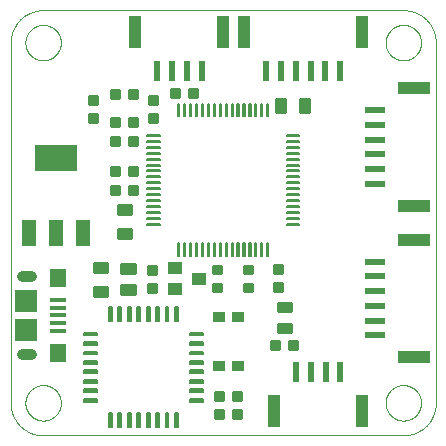
<source format=gtp>
G75*
%MOIN*%
%OFA0B0*%
%FSLAX25Y25*%
%IPPOS*%
%LPD*%
%AMOC8*
5,1,8,0,0,1.08239X$1,22.5*
%
%ADD10C,0.00000*%
%ADD11C,0.00875*%
%ADD12C,0.01000*%
%ADD13R,0.06693X0.02362*%
%ADD14R,0.11024X0.03937*%
%ADD15R,0.02362X0.06693*%
%ADD16R,0.03937X0.11024*%
%ADD17C,0.00591*%
%ADD18C,0.00630*%
%ADD19R,0.04500X0.04000*%
%ADD20R,0.03937X0.03543*%
%ADD21R,0.05000X0.09000*%
%ADD22R,0.14000X0.08500*%
%ADD23R,0.05315X0.01575*%
%ADD24R,0.05512X0.06299*%
%ADD25C,0.00039*%
%ADD26R,0.07480X0.07480*%
%ADD27C,0.03543*%
D10*
X0006040Y0013081D02*
X0006040Y0133159D01*
X0010961Y0133159D02*
X0010963Y0133312D01*
X0010969Y0133466D01*
X0010979Y0133619D01*
X0010993Y0133771D01*
X0011011Y0133924D01*
X0011033Y0134075D01*
X0011058Y0134226D01*
X0011088Y0134377D01*
X0011122Y0134527D01*
X0011159Y0134675D01*
X0011200Y0134823D01*
X0011245Y0134969D01*
X0011294Y0135115D01*
X0011347Y0135259D01*
X0011403Y0135401D01*
X0011463Y0135542D01*
X0011527Y0135682D01*
X0011594Y0135820D01*
X0011665Y0135956D01*
X0011740Y0136090D01*
X0011817Y0136222D01*
X0011899Y0136352D01*
X0011983Y0136480D01*
X0012071Y0136606D01*
X0012162Y0136729D01*
X0012256Y0136850D01*
X0012354Y0136968D01*
X0012454Y0137084D01*
X0012558Y0137197D01*
X0012664Y0137308D01*
X0012773Y0137416D01*
X0012885Y0137521D01*
X0012999Y0137622D01*
X0013117Y0137721D01*
X0013236Y0137817D01*
X0013358Y0137910D01*
X0013483Y0137999D01*
X0013610Y0138086D01*
X0013739Y0138168D01*
X0013870Y0138248D01*
X0014003Y0138324D01*
X0014138Y0138397D01*
X0014275Y0138466D01*
X0014414Y0138531D01*
X0014554Y0138593D01*
X0014696Y0138651D01*
X0014839Y0138706D01*
X0014984Y0138757D01*
X0015130Y0138804D01*
X0015277Y0138847D01*
X0015425Y0138886D01*
X0015574Y0138922D01*
X0015724Y0138953D01*
X0015875Y0138981D01*
X0016026Y0139005D01*
X0016179Y0139025D01*
X0016331Y0139041D01*
X0016484Y0139053D01*
X0016637Y0139061D01*
X0016790Y0139065D01*
X0016944Y0139065D01*
X0017097Y0139061D01*
X0017250Y0139053D01*
X0017403Y0139041D01*
X0017555Y0139025D01*
X0017708Y0139005D01*
X0017859Y0138981D01*
X0018010Y0138953D01*
X0018160Y0138922D01*
X0018309Y0138886D01*
X0018457Y0138847D01*
X0018604Y0138804D01*
X0018750Y0138757D01*
X0018895Y0138706D01*
X0019038Y0138651D01*
X0019180Y0138593D01*
X0019320Y0138531D01*
X0019459Y0138466D01*
X0019596Y0138397D01*
X0019731Y0138324D01*
X0019864Y0138248D01*
X0019995Y0138168D01*
X0020124Y0138086D01*
X0020251Y0137999D01*
X0020376Y0137910D01*
X0020498Y0137817D01*
X0020617Y0137721D01*
X0020735Y0137622D01*
X0020849Y0137521D01*
X0020961Y0137416D01*
X0021070Y0137308D01*
X0021176Y0137197D01*
X0021280Y0137084D01*
X0021380Y0136968D01*
X0021478Y0136850D01*
X0021572Y0136729D01*
X0021663Y0136606D01*
X0021751Y0136480D01*
X0021835Y0136352D01*
X0021917Y0136222D01*
X0021994Y0136090D01*
X0022069Y0135956D01*
X0022140Y0135820D01*
X0022207Y0135682D01*
X0022271Y0135542D01*
X0022331Y0135401D01*
X0022387Y0135259D01*
X0022440Y0135115D01*
X0022489Y0134969D01*
X0022534Y0134823D01*
X0022575Y0134675D01*
X0022612Y0134527D01*
X0022646Y0134377D01*
X0022676Y0134226D01*
X0022701Y0134075D01*
X0022723Y0133924D01*
X0022741Y0133771D01*
X0022755Y0133619D01*
X0022765Y0133466D01*
X0022771Y0133312D01*
X0022773Y0133159D01*
X0022771Y0133006D01*
X0022765Y0132852D01*
X0022755Y0132699D01*
X0022741Y0132547D01*
X0022723Y0132394D01*
X0022701Y0132243D01*
X0022676Y0132092D01*
X0022646Y0131941D01*
X0022612Y0131791D01*
X0022575Y0131643D01*
X0022534Y0131495D01*
X0022489Y0131349D01*
X0022440Y0131203D01*
X0022387Y0131059D01*
X0022331Y0130917D01*
X0022271Y0130776D01*
X0022207Y0130636D01*
X0022140Y0130498D01*
X0022069Y0130362D01*
X0021994Y0130228D01*
X0021917Y0130096D01*
X0021835Y0129966D01*
X0021751Y0129838D01*
X0021663Y0129712D01*
X0021572Y0129589D01*
X0021478Y0129468D01*
X0021380Y0129350D01*
X0021280Y0129234D01*
X0021176Y0129121D01*
X0021070Y0129010D01*
X0020961Y0128902D01*
X0020849Y0128797D01*
X0020735Y0128696D01*
X0020617Y0128597D01*
X0020498Y0128501D01*
X0020376Y0128408D01*
X0020251Y0128319D01*
X0020124Y0128232D01*
X0019995Y0128150D01*
X0019864Y0128070D01*
X0019731Y0127994D01*
X0019596Y0127921D01*
X0019459Y0127852D01*
X0019320Y0127787D01*
X0019180Y0127725D01*
X0019038Y0127667D01*
X0018895Y0127612D01*
X0018750Y0127561D01*
X0018604Y0127514D01*
X0018457Y0127471D01*
X0018309Y0127432D01*
X0018160Y0127396D01*
X0018010Y0127365D01*
X0017859Y0127337D01*
X0017708Y0127313D01*
X0017555Y0127293D01*
X0017403Y0127277D01*
X0017250Y0127265D01*
X0017097Y0127257D01*
X0016944Y0127253D01*
X0016790Y0127253D01*
X0016637Y0127257D01*
X0016484Y0127265D01*
X0016331Y0127277D01*
X0016179Y0127293D01*
X0016026Y0127313D01*
X0015875Y0127337D01*
X0015724Y0127365D01*
X0015574Y0127396D01*
X0015425Y0127432D01*
X0015277Y0127471D01*
X0015130Y0127514D01*
X0014984Y0127561D01*
X0014839Y0127612D01*
X0014696Y0127667D01*
X0014554Y0127725D01*
X0014414Y0127787D01*
X0014275Y0127852D01*
X0014138Y0127921D01*
X0014003Y0127994D01*
X0013870Y0128070D01*
X0013739Y0128150D01*
X0013610Y0128232D01*
X0013483Y0128319D01*
X0013358Y0128408D01*
X0013236Y0128501D01*
X0013117Y0128597D01*
X0012999Y0128696D01*
X0012885Y0128797D01*
X0012773Y0128902D01*
X0012664Y0129010D01*
X0012558Y0129121D01*
X0012454Y0129234D01*
X0012354Y0129350D01*
X0012256Y0129468D01*
X0012162Y0129589D01*
X0012071Y0129712D01*
X0011983Y0129838D01*
X0011899Y0129966D01*
X0011817Y0130096D01*
X0011740Y0130228D01*
X0011665Y0130362D01*
X0011594Y0130498D01*
X0011527Y0130636D01*
X0011463Y0130776D01*
X0011403Y0130917D01*
X0011347Y0131059D01*
X0011294Y0131203D01*
X0011245Y0131349D01*
X0011200Y0131495D01*
X0011159Y0131643D01*
X0011122Y0131791D01*
X0011088Y0131941D01*
X0011058Y0132092D01*
X0011033Y0132243D01*
X0011011Y0132394D01*
X0010993Y0132547D01*
X0010979Y0132699D01*
X0010969Y0132852D01*
X0010963Y0133006D01*
X0010961Y0133159D01*
X0006040Y0133159D02*
X0006043Y0133421D01*
X0006053Y0133682D01*
X0006068Y0133943D01*
X0006091Y0134204D01*
X0006119Y0134464D01*
X0006154Y0134723D01*
X0006195Y0134982D01*
X0006242Y0135239D01*
X0006295Y0135495D01*
X0006355Y0135750D01*
X0006420Y0136003D01*
X0006492Y0136255D01*
X0006570Y0136505D01*
X0006654Y0136753D01*
X0006744Y0136998D01*
X0006839Y0137242D01*
X0006941Y0137483D01*
X0007048Y0137722D01*
X0007161Y0137957D01*
X0007280Y0138191D01*
X0007405Y0138421D01*
X0007534Y0138648D01*
X0007670Y0138872D01*
X0007811Y0139092D01*
X0007957Y0139309D01*
X0008108Y0139523D01*
X0008264Y0139733D01*
X0008425Y0139939D01*
X0008592Y0140141D01*
X0008763Y0140339D01*
X0008939Y0140532D01*
X0009119Y0140722D01*
X0009304Y0140907D01*
X0009494Y0141087D01*
X0009687Y0141263D01*
X0009885Y0141434D01*
X0010087Y0141601D01*
X0010293Y0141762D01*
X0010503Y0141918D01*
X0010717Y0142069D01*
X0010934Y0142215D01*
X0011154Y0142356D01*
X0011378Y0142492D01*
X0011605Y0142621D01*
X0011835Y0142746D01*
X0012069Y0142865D01*
X0012304Y0142978D01*
X0012543Y0143085D01*
X0012784Y0143187D01*
X0013028Y0143282D01*
X0013273Y0143372D01*
X0013521Y0143456D01*
X0013771Y0143534D01*
X0014023Y0143606D01*
X0014276Y0143671D01*
X0014531Y0143731D01*
X0014787Y0143784D01*
X0015044Y0143831D01*
X0015303Y0143872D01*
X0015562Y0143907D01*
X0015822Y0143935D01*
X0016083Y0143958D01*
X0016344Y0143973D01*
X0016605Y0143983D01*
X0016867Y0143986D01*
X0136946Y0143986D01*
X0131040Y0133159D02*
X0131042Y0133312D01*
X0131048Y0133466D01*
X0131058Y0133619D01*
X0131072Y0133771D01*
X0131090Y0133924D01*
X0131112Y0134075D01*
X0131137Y0134226D01*
X0131167Y0134377D01*
X0131201Y0134527D01*
X0131238Y0134675D01*
X0131279Y0134823D01*
X0131324Y0134969D01*
X0131373Y0135115D01*
X0131426Y0135259D01*
X0131482Y0135401D01*
X0131542Y0135542D01*
X0131606Y0135682D01*
X0131673Y0135820D01*
X0131744Y0135956D01*
X0131819Y0136090D01*
X0131896Y0136222D01*
X0131978Y0136352D01*
X0132062Y0136480D01*
X0132150Y0136606D01*
X0132241Y0136729D01*
X0132335Y0136850D01*
X0132433Y0136968D01*
X0132533Y0137084D01*
X0132637Y0137197D01*
X0132743Y0137308D01*
X0132852Y0137416D01*
X0132964Y0137521D01*
X0133078Y0137622D01*
X0133196Y0137721D01*
X0133315Y0137817D01*
X0133437Y0137910D01*
X0133562Y0137999D01*
X0133689Y0138086D01*
X0133818Y0138168D01*
X0133949Y0138248D01*
X0134082Y0138324D01*
X0134217Y0138397D01*
X0134354Y0138466D01*
X0134493Y0138531D01*
X0134633Y0138593D01*
X0134775Y0138651D01*
X0134918Y0138706D01*
X0135063Y0138757D01*
X0135209Y0138804D01*
X0135356Y0138847D01*
X0135504Y0138886D01*
X0135653Y0138922D01*
X0135803Y0138953D01*
X0135954Y0138981D01*
X0136105Y0139005D01*
X0136258Y0139025D01*
X0136410Y0139041D01*
X0136563Y0139053D01*
X0136716Y0139061D01*
X0136869Y0139065D01*
X0137023Y0139065D01*
X0137176Y0139061D01*
X0137329Y0139053D01*
X0137482Y0139041D01*
X0137634Y0139025D01*
X0137787Y0139005D01*
X0137938Y0138981D01*
X0138089Y0138953D01*
X0138239Y0138922D01*
X0138388Y0138886D01*
X0138536Y0138847D01*
X0138683Y0138804D01*
X0138829Y0138757D01*
X0138974Y0138706D01*
X0139117Y0138651D01*
X0139259Y0138593D01*
X0139399Y0138531D01*
X0139538Y0138466D01*
X0139675Y0138397D01*
X0139810Y0138324D01*
X0139943Y0138248D01*
X0140074Y0138168D01*
X0140203Y0138086D01*
X0140330Y0137999D01*
X0140455Y0137910D01*
X0140577Y0137817D01*
X0140696Y0137721D01*
X0140814Y0137622D01*
X0140928Y0137521D01*
X0141040Y0137416D01*
X0141149Y0137308D01*
X0141255Y0137197D01*
X0141359Y0137084D01*
X0141459Y0136968D01*
X0141557Y0136850D01*
X0141651Y0136729D01*
X0141742Y0136606D01*
X0141830Y0136480D01*
X0141914Y0136352D01*
X0141996Y0136222D01*
X0142073Y0136090D01*
X0142148Y0135956D01*
X0142219Y0135820D01*
X0142286Y0135682D01*
X0142350Y0135542D01*
X0142410Y0135401D01*
X0142466Y0135259D01*
X0142519Y0135115D01*
X0142568Y0134969D01*
X0142613Y0134823D01*
X0142654Y0134675D01*
X0142691Y0134527D01*
X0142725Y0134377D01*
X0142755Y0134226D01*
X0142780Y0134075D01*
X0142802Y0133924D01*
X0142820Y0133771D01*
X0142834Y0133619D01*
X0142844Y0133466D01*
X0142850Y0133312D01*
X0142852Y0133159D01*
X0142850Y0133006D01*
X0142844Y0132852D01*
X0142834Y0132699D01*
X0142820Y0132547D01*
X0142802Y0132394D01*
X0142780Y0132243D01*
X0142755Y0132092D01*
X0142725Y0131941D01*
X0142691Y0131791D01*
X0142654Y0131643D01*
X0142613Y0131495D01*
X0142568Y0131349D01*
X0142519Y0131203D01*
X0142466Y0131059D01*
X0142410Y0130917D01*
X0142350Y0130776D01*
X0142286Y0130636D01*
X0142219Y0130498D01*
X0142148Y0130362D01*
X0142073Y0130228D01*
X0141996Y0130096D01*
X0141914Y0129966D01*
X0141830Y0129838D01*
X0141742Y0129712D01*
X0141651Y0129589D01*
X0141557Y0129468D01*
X0141459Y0129350D01*
X0141359Y0129234D01*
X0141255Y0129121D01*
X0141149Y0129010D01*
X0141040Y0128902D01*
X0140928Y0128797D01*
X0140814Y0128696D01*
X0140696Y0128597D01*
X0140577Y0128501D01*
X0140455Y0128408D01*
X0140330Y0128319D01*
X0140203Y0128232D01*
X0140074Y0128150D01*
X0139943Y0128070D01*
X0139810Y0127994D01*
X0139675Y0127921D01*
X0139538Y0127852D01*
X0139399Y0127787D01*
X0139259Y0127725D01*
X0139117Y0127667D01*
X0138974Y0127612D01*
X0138829Y0127561D01*
X0138683Y0127514D01*
X0138536Y0127471D01*
X0138388Y0127432D01*
X0138239Y0127396D01*
X0138089Y0127365D01*
X0137938Y0127337D01*
X0137787Y0127313D01*
X0137634Y0127293D01*
X0137482Y0127277D01*
X0137329Y0127265D01*
X0137176Y0127257D01*
X0137023Y0127253D01*
X0136869Y0127253D01*
X0136716Y0127257D01*
X0136563Y0127265D01*
X0136410Y0127277D01*
X0136258Y0127293D01*
X0136105Y0127313D01*
X0135954Y0127337D01*
X0135803Y0127365D01*
X0135653Y0127396D01*
X0135504Y0127432D01*
X0135356Y0127471D01*
X0135209Y0127514D01*
X0135063Y0127561D01*
X0134918Y0127612D01*
X0134775Y0127667D01*
X0134633Y0127725D01*
X0134493Y0127787D01*
X0134354Y0127852D01*
X0134217Y0127921D01*
X0134082Y0127994D01*
X0133949Y0128070D01*
X0133818Y0128150D01*
X0133689Y0128232D01*
X0133562Y0128319D01*
X0133437Y0128408D01*
X0133315Y0128501D01*
X0133196Y0128597D01*
X0133078Y0128696D01*
X0132964Y0128797D01*
X0132852Y0128902D01*
X0132743Y0129010D01*
X0132637Y0129121D01*
X0132533Y0129234D01*
X0132433Y0129350D01*
X0132335Y0129468D01*
X0132241Y0129589D01*
X0132150Y0129712D01*
X0132062Y0129838D01*
X0131978Y0129966D01*
X0131896Y0130096D01*
X0131819Y0130228D01*
X0131744Y0130362D01*
X0131673Y0130498D01*
X0131606Y0130636D01*
X0131542Y0130776D01*
X0131482Y0130917D01*
X0131426Y0131059D01*
X0131373Y0131203D01*
X0131324Y0131349D01*
X0131279Y0131495D01*
X0131238Y0131643D01*
X0131201Y0131791D01*
X0131167Y0131941D01*
X0131137Y0132092D01*
X0131112Y0132243D01*
X0131090Y0132394D01*
X0131072Y0132547D01*
X0131058Y0132699D01*
X0131048Y0132852D01*
X0131042Y0133006D01*
X0131040Y0133159D01*
X0136946Y0143986D02*
X0137208Y0143983D01*
X0137469Y0143973D01*
X0137730Y0143958D01*
X0137991Y0143935D01*
X0138251Y0143907D01*
X0138510Y0143872D01*
X0138769Y0143831D01*
X0139026Y0143784D01*
X0139282Y0143731D01*
X0139537Y0143671D01*
X0139790Y0143606D01*
X0140042Y0143534D01*
X0140292Y0143456D01*
X0140540Y0143372D01*
X0140785Y0143282D01*
X0141029Y0143187D01*
X0141270Y0143085D01*
X0141509Y0142978D01*
X0141744Y0142865D01*
X0141978Y0142746D01*
X0142208Y0142621D01*
X0142435Y0142492D01*
X0142659Y0142356D01*
X0142879Y0142215D01*
X0143096Y0142069D01*
X0143310Y0141918D01*
X0143520Y0141762D01*
X0143726Y0141601D01*
X0143928Y0141434D01*
X0144126Y0141263D01*
X0144319Y0141087D01*
X0144509Y0140907D01*
X0144694Y0140722D01*
X0144874Y0140532D01*
X0145050Y0140339D01*
X0145221Y0140141D01*
X0145388Y0139939D01*
X0145549Y0139733D01*
X0145705Y0139523D01*
X0145856Y0139309D01*
X0146002Y0139092D01*
X0146143Y0138872D01*
X0146279Y0138648D01*
X0146408Y0138421D01*
X0146533Y0138191D01*
X0146652Y0137957D01*
X0146765Y0137722D01*
X0146872Y0137483D01*
X0146974Y0137242D01*
X0147069Y0136998D01*
X0147159Y0136753D01*
X0147243Y0136505D01*
X0147321Y0136255D01*
X0147393Y0136003D01*
X0147458Y0135750D01*
X0147518Y0135495D01*
X0147571Y0135239D01*
X0147618Y0134982D01*
X0147659Y0134723D01*
X0147694Y0134464D01*
X0147722Y0134204D01*
X0147745Y0133943D01*
X0147760Y0133682D01*
X0147770Y0133421D01*
X0147773Y0133159D01*
X0147772Y0133159D02*
X0147772Y0013081D01*
X0131040Y0013081D02*
X0131042Y0013234D01*
X0131048Y0013388D01*
X0131058Y0013541D01*
X0131072Y0013693D01*
X0131090Y0013846D01*
X0131112Y0013997D01*
X0131137Y0014148D01*
X0131167Y0014299D01*
X0131201Y0014449D01*
X0131238Y0014597D01*
X0131279Y0014745D01*
X0131324Y0014891D01*
X0131373Y0015037D01*
X0131426Y0015181D01*
X0131482Y0015323D01*
X0131542Y0015464D01*
X0131606Y0015604D01*
X0131673Y0015742D01*
X0131744Y0015878D01*
X0131819Y0016012D01*
X0131896Y0016144D01*
X0131978Y0016274D01*
X0132062Y0016402D01*
X0132150Y0016528D01*
X0132241Y0016651D01*
X0132335Y0016772D01*
X0132433Y0016890D01*
X0132533Y0017006D01*
X0132637Y0017119D01*
X0132743Y0017230D01*
X0132852Y0017338D01*
X0132964Y0017443D01*
X0133078Y0017544D01*
X0133196Y0017643D01*
X0133315Y0017739D01*
X0133437Y0017832D01*
X0133562Y0017921D01*
X0133689Y0018008D01*
X0133818Y0018090D01*
X0133949Y0018170D01*
X0134082Y0018246D01*
X0134217Y0018319D01*
X0134354Y0018388D01*
X0134493Y0018453D01*
X0134633Y0018515D01*
X0134775Y0018573D01*
X0134918Y0018628D01*
X0135063Y0018679D01*
X0135209Y0018726D01*
X0135356Y0018769D01*
X0135504Y0018808D01*
X0135653Y0018844D01*
X0135803Y0018875D01*
X0135954Y0018903D01*
X0136105Y0018927D01*
X0136258Y0018947D01*
X0136410Y0018963D01*
X0136563Y0018975D01*
X0136716Y0018983D01*
X0136869Y0018987D01*
X0137023Y0018987D01*
X0137176Y0018983D01*
X0137329Y0018975D01*
X0137482Y0018963D01*
X0137634Y0018947D01*
X0137787Y0018927D01*
X0137938Y0018903D01*
X0138089Y0018875D01*
X0138239Y0018844D01*
X0138388Y0018808D01*
X0138536Y0018769D01*
X0138683Y0018726D01*
X0138829Y0018679D01*
X0138974Y0018628D01*
X0139117Y0018573D01*
X0139259Y0018515D01*
X0139399Y0018453D01*
X0139538Y0018388D01*
X0139675Y0018319D01*
X0139810Y0018246D01*
X0139943Y0018170D01*
X0140074Y0018090D01*
X0140203Y0018008D01*
X0140330Y0017921D01*
X0140455Y0017832D01*
X0140577Y0017739D01*
X0140696Y0017643D01*
X0140814Y0017544D01*
X0140928Y0017443D01*
X0141040Y0017338D01*
X0141149Y0017230D01*
X0141255Y0017119D01*
X0141359Y0017006D01*
X0141459Y0016890D01*
X0141557Y0016772D01*
X0141651Y0016651D01*
X0141742Y0016528D01*
X0141830Y0016402D01*
X0141914Y0016274D01*
X0141996Y0016144D01*
X0142073Y0016012D01*
X0142148Y0015878D01*
X0142219Y0015742D01*
X0142286Y0015604D01*
X0142350Y0015464D01*
X0142410Y0015323D01*
X0142466Y0015181D01*
X0142519Y0015037D01*
X0142568Y0014891D01*
X0142613Y0014745D01*
X0142654Y0014597D01*
X0142691Y0014449D01*
X0142725Y0014299D01*
X0142755Y0014148D01*
X0142780Y0013997D01*
X0142802Y0013846D01*
X0142820Y0013693D01*
X0142834Y0013541D01*
X0142844Y0013388D01*
X0142850Y0013234D01*
X0142852Y0013081D01*
X0142850Y0012928D01*
X0142844Y0012774D01*
X0142834Y0012621D01*
X0142820Y0012469D01*
X0142802Y0012316D01*
X0142780Y0012165D01*
X0142755Y0012014D01*
X0142725Y0011863D01*
X0142691Y0011713D01*
X0142654Y0011565D01*
X0142613Y0011417D01*
X0142568Y0011271D01*
X0142519Y0011125D01*
X0142466Y0010981D01*
X0142410Y0010839D01*
X0142350Y0010698D01*
X0142286Y0010558D01*
X0142219Y0010420D01*
X0142148Y0010284D01*
X0142073Y0010150D01*
X0141996Y0010018D01*
X0141914Y0009888D01*
X0141830Y0009760D01*
X0141742Y0009634D01*
X0141651Y0009511D01*
X0141557Y0009390D01*
X0141459Y0009272D01*
X0141359Y0009156D01*
X0141255Y0009043D01*
X0141149Y0008932D01*
X0141040Y0008824D01*
X0140928Y0008719D01*
X0140814Y0008618D01*
X0140696Y0008519D01*
X0140577Y0008423D01*
X0140455Y0008330D01*
X0140330Y0008241D01*
X0140203Y0008154D01*
X0140074Y0008072D01*
X0139943Y0007992D01*
X0139810Y0007916D01*
X0139675Y0007843D01*
X0139538Y0007774D01*
X0139399Y0007709D01*
X0139259Y0007647D01*
X0139117Y0007589D01*
X0138974Y0007534D01*
X0138829Y0007483D01*
X0138683Y0007436D01*
X0138536Y0007393D01*
X0138388Y0007354D01*
X0138239Y0007318D01*
X0138089Y0007287D01*
X0137938Y0007259D01*
X0137787Y0007235D01*
X0137634Y0007215D01*
X0137482Y0007199D01*
X0137329Y0007187D01*
X0137176Y0007179D01*
X0137023Y0007175D01*
X0136869Y0007175D01*
X0136716Y0007179D01*
X0136563Y0007187D01*
X0136410Y0007199D01*
X0136258Y0007215D01*
X0136105Y0007235D01*
X0135954Y0007259D01*
X0135803Y0007287D01*
X0135653Y0007318D01*
X0135504Y0007354D01*
X0135356Y0007393D01*
X0135209Y0007436D01*
X0135063Y0007483D01*
X0134918Y0007534D01*
X0134775Y0007589D01*
X0134633Y0007647D01*
X0134493Y0007709D01*
X0134354Y0007774D01*
X0134217Y0007843D01*
X0134082Y0007916D01*
X0133949Y0007992D01*
X0133818Y0008072D01*
X0133689Y0008154D01*
X0133562Y0008241D01*
X0133437Y0008330D01*
X0133315Y0008423D01*
X0133196Y0008519D01*
X0133078Y0008618D01*
X0132964Y0008719D01*
X0132852Y0008824D01*
X0132743Y0008932D01*
X0132637Y0009043D01*
X0132533Y0009156D01*
X0132433Y0009272D01*
X0132335Y0009390D01*
X0132241Y0009511D01*
X0132150Y0009634D01*
X0132062Y0009760D01*
X0131978Y0009888D01*
X0131896Y0010018D01*
X0131819Y0010150D01*
X0131744Y0010284D01*
X0131673Y0010420D01*
X0131606Y0010558D01*
X0131542Y0010698D01*
X0131482Y0010839D01*
X0131426Y0010981D01*
X0131373Y0011125D01*
X0131324Y0011271D01*
X0131279Y0011417D01*
X0131238Y0011565D01*
X0131201Y0011713D01*
X0131167Y0011863D01*
X0131137Y0012014D01*
X0131112Y0012165D01*
X0131090Y0012316D01*
X0131072Y0012469D01*
X0131058Y0012621D01*
X0131048Y0012774D01*
X0131042Y0012928D01*
X0131040Y0013081D01*
X0136946Y0002254D02*
X0137208Y0002257D01*
X0137469Y0002267D01*
X0137730Y0002282D01*
X0137991Y0002305D01*
X0138251Y0002333D01*
X0138510Y0002368D01*
X0138769Y0002409D01*
X0139026Y0002456D01*
X0139282Y0002509D01*
X0139537Y0002569D01*
X0139790Y0002634D01*
X0140042Y0002706D01*
X0140292Y0002784D01*
X0140540Y0002868D01*
X0140785Y0002958D01*
X0141029Y0003053D01*
X0141270Y0003155D01*
X0141509Y0003262D01*
X0141744Y0003375D01*
X0141978Y0003494D01*
X0142208Y0003619D01*
X0142435Y0003748D01*
X0142659Y0003884D01*
X0142879Y0004025D01*
X0143096Y0004171D01*
X0143310Y0004322D01*
X0143520Y0004478D01*
X0143726Y0004639D01*
X0143928Y0004806D01*
X0144126Y0004977D01*
X0144319Y0005153D01*
X0144509Y0005333D01*
X0144694Y0005518D01*
X0144874Y0005708D01*
X0145050Y0005901D01*
X0145221Y0006099D01*
X0145388Y0006301D01*
X0145549Y0006507D01*
X0145705Y0006717D01*
X0145856Y0006931D01*
X0146002Y0007148D01*
X0146143Y0007368D01*
X0146279Y0007592D01*
X0146408Y0007819D01*
X0146533Y0008049D01*
X0146652Y0008283D01*
X0146765Y0008518D01*
X0146872Y0008757D01*
X0146974Y0008998D01*
X0147069Y0009242D01*
X0147159Y0009487D01*
X0147243Y0009735D01*
X0147321Y0009985D01*
X0147393Y0010237D01*
X0147458Y0010490D01*
X0147518Y0010745D01*
X0147571Y0011001D01*
X0147618Y0011258D01*
X0147659Y0011517D01*
X0147694Y0011776D01*
X0147722Y0012036D01*
X0147745Y0012297D01*
X0147760Y0012558D01*
X0147770Y0012819D01*
X0147773Y0013081D01*
X0136946Y0002254D02*
X0016867Y0002254D01*
X0010961Y0013081D02*
X0010963Y0013234D01*
X0010969Y0013388D01*
X0010979Y0013541D01*
X0010993Y0013693D01*
X0011011Y0013846D01*
X0011033Y0013997D01*
X0011058Y0014148D01*
X0011088Y0014299D01*
X0011122Y0014449D01*
X0011159Y0014597D01*
X0011200Y0014745D01*
X0011245Y0014891D01*
X0011294Y0015037D01*
X0011347Y0015181D01*
X0011403Y0015323D01*
X0011463Y0015464D01*
X0011527Y0015604D01*
X0011594Y0015742D01*
X0011665Y0015878D01*
X0011740Y0016012D01*
X0011817Y0016144D01*
X0011899Y0016274D01*
X0011983Y0016402D01*
X0012071Y0016528D01*
X0012162Y0016651D01*
X0012256Y0016772D01*
X0012354Y0016890D01*
X0012454Y0017006D01*
X0012558Y0017119D01*
X0012664Y0017230D01*
X0012773Y0017338D01*
X0012885Y0017443D01*
X0012999Y0017544D01*
X0013117Y0017643D01*
X0013236Y0017739D01*
X0013358Y0017832D01*
X0013483Y0017921D01*
X0013610Y0018008D01*
X0013739Y0018090D01*
X0013870Y0018170D01*
X0014003Y0018246D01*
X0014138Y0018319D01*
X0014275Y0018388D01*
X0014414Y0018453D01*
X0014554Y0018515D01*
X0014696Y0018573D01*
X0014839Y0018628D01*
X0014984Y0018679D01*
X0015130Y0018726D01*
X0015277Y0018769D01*
X0015425Y0018808D01*
X0015574Y0018844D01*
X0015724Y0018875D01*
X0015875Y0018903D01*
X0016026Y0018927D01*
X0016179Y0018947D01*
X0016331Y0018963D01*
X0016484Y0018975D01*
X0016637Y0018983D01*
X0016790Y0018987D01*
X0016944Y0018987D01*
X0017097Y0018983D01*
X0017250Y0018975D01*
X0017403Y0018963D01*
X0017555Y0018947D01*
X0017708Y0018927D01*
X0017859Y0018903D01*
X0018010Y0018875D01*
X0018160Y0018844D01*
X0018309Y0018808D01*
X0018457Y0018769D01*
X0018604Y0018726D01*
X0018750Y0018679D01*
X0018895Y0018628D01*
X0019038Y0018573D01*
X0019180Y0018515D01*
X0019320Y0018453D01*
X0019459Y0018388D01*
X0019596Y0018319D01*
X0019731Y0018246D01*
X0019864Y0018170D01*
X0019995Y0018090D01*
X0020124Y0018008D01*
X0020251Y0017921D01*
X0020376Y0017832D01*
X0020498Y0017739D01*
X0020617Y0017643D01*
X0020735Y0017544D01*
X0020849Y0017443D01*
X0020961Y0017338D01*
X0021070Y0017230D01*
X0021176Y0017119D01*
X0021280Y0017006D01*
X0021380Y0016890D01*
X0021478Y0016772D01*
X0021572Y0016651D01*
X0021663Y0016528D01*
X0021751Y0016402D01*
X0021835Y0016274D01*
X0021917Y0016144D01*
X0021994Y0016012D01*
X0022069Y0015878D01*
X0022140Y0015742D01*
X0022207Y0015604D01*
X0022271Y0015464D01*
X0022331Y0015323D01*
X0022387Y0015181D01*
X0022440Y0015037D01*
X0022489Y0014891D01*
X0022534Y0014745D01*
X0022575Y0014597D01*
X0022612Y0014449D01*
X0022646Y0014299D01*
X0022676Y0014148D01*
X0022701Y0013997D01*
X0022723Y0013846D01*
X0022741Y0013693D01*
X0022755Y0013541D01*
X0022765Y0013388D01*
X0022771Y0013234D01*
X0022773Y0013081D01*
X0022771Y0012928D01*
X0022765Y0012774D01*
X0022755Y0012621D01*
X0022741Y0012469D01*
X0022723Y0012316D01*
X0022701Y0012165D01*
X0022676Y0012014D01*
X0022646Y0011863D01*
X0022612Y0011713D01*
X0022575Y0011565D01*
X0022534Y0011417D01*
X0022489Y0011271D01*
X0022440Y0011125D01*
X0022387Y0010981D01*
X0022331Y0010839D01*
X0022271Y0010698D01*
X0022207Y0010558D01*
X0022140Y0010420D01*
X0022069Y0010284D01*
X0021994Y0010150D01*
X0021917Y0010018D01*
X0021835Y0009888D01*
X0021751Y0009760D01*
X0021663Y0009634D01*
X0021572Y0009511D01*
X0021478Y0009390D01*
X0021380Y0009272D01*
X0021280Y0009156D01*
X0021176Y0009043D01*
X0021070Y0008932D01*
X0020961Y0008824D01*
X0020849Y0008719D01*
X0020735Y0008618D01*
X0020617Y0008519D01*
X0020498Y0008423D01*
X0020376Y0008330D01*
X0020251Y0008241D01*
X0020124Y0008154D01*
X0019995Y0008072D01*
X0019864Y0007992D01*
X0019731Y0007916D01*
X0019596Y0007843D01*
X0019459Y0007774D01*
X0019320Y0007709D01*
X0019180Y0007647D01*
X0019038Y0007589D01*
X0018895Y0007534D01*
X0018750Y0007483D01*
X0018604Y0007436D01*
X0018457Y0007393D01*
X0018309Y0007354D01*
X0018160Y0007318D01*
X0018010Y0007287D01*
X0017859Y0007259D01*
X0017708Y0007235D01*
X0017555Y0007215D01*
X0017403Y0007199D01*
X0017250Y0007187D01*
X0017097Y0007179D01*
X0016944Y0007175D01*
X0016790Y0007175D01*
X0016637Y0007179D01*
X0016484Y0007187D01*
X0016331Y0007199D01*
X0016179Y0007215D01*
X0016026Y0007235D01*
X0015875Y0007259D01*
X0015724Y0007287D01*
X0015574Y0007318D01*
X0015425Y0007354D01*
X0015277Y0007393D01*
X0015130Y0007436D01*
X0014984Y0007483D01*
X0014839Y0007534D01*
X0014696Y0007589D01*
X0014554Y0007647D01*
X0014414Y0007709D01*
X0014275Y0007774D01*
X0014138Y0007843D01*
X0014003Y0007916D01*
X0013870Y0007992D01*
X0013739Y0008072D01*
X0013610Y0008154D01*
X0013483Y0008241D01*
X0013358Y0008330D01*
X0013236Y0008423D01*
X0013117Y0008519D01*
X0012999Y0008618D01*
X0012885Y0008719D01*
X0012773Y0008824D01*
X0012664Y0008932D01*
X0012558Y0009043D01*
X0012454Y0009156D01*
X0012354Y0009272D01*
X0012256Y0009390D01*
X0012162Y0009511D01*
X0012071Y0009634D01*
X0011983Y0009760D01*
X0011899Y0009888D01*
X0011817Y0010018D01*
X0011740Y0010150D01*
X0011665Y0010284D01*
X0011594Y0010420D01*
X0011527Y0010558D01*
X0011463Y0010698D01*
X0011403Y0010839D01*
X0011347Y0010981D01*
X0011294Y0011125D01*
X0011245Y0011271D01*
X0011200Y0011417D01*
X0011159Y0011565D01*
X0011122Y0011713D01*
X0011088Y0011863D01*
X0011058Y0012014D01*
X0011033Y0012165D01*
X0011011Y0012316D01*
X0010993Y0012469D01*
X0010979Y0012621D01*
X0010969Y0012774D01*
X0010963Y0012928D01*
X0010961Y0013081D01*
X0006040Y0013081D02*
X0006043Y0012819D01*
X0006053Y0012558D01*
X0006068Y0012297D01*
X0006091Y0012036D01*
X0006119Y0011776D01*
X0006154Y0011517D01*
X0006195Y0011258D01*
X0006242Y0011001D01*
X0006295Y0010745D01*
X0006355Y0010490D01*
X0006420Y0010237D01*
X0006492Y0009985D01*
X0006570Y0009735D01*
X0006654Y0009487D01*
X0006744Y0009242D01*
X0006839Y0008998D01*
X0006941Y0008757D01*
X0007048Y0008518D01*
X0007161Y0008283D01*
X0007280Y0008049D01*
X0007405Y0007819D01*
X0007534Y0007592D01*
X0007670Y0007368D01*
X0007811Y0007148D01*
X0007957Y0006931D01*
X0008108Y0006717D01*
X0008264Y0006507D01*
X0008425Y0006301D01*
X0008592Y0006099D01*
X0008763Y0005901D01*
X0008939Y0005708D01*
X0009119Y0005518D01*
X0009304Y0005333D01*
X0009494Y0005153D01*
X0009687Y0004977D01*
X0009885Y0004806D01*
X0010087Y0004639D01*
X0010293Y0004478D01*
X0010503Y0004322D01*
X0010717Y0004171D01*
X0010934Y0004025D01*
X0011154Y0003884D01*
X0011378Y0003748D01*
X0011605Y0003619D01*
X0011835Y0003494D01*
X0012069Y0003375D01*
X0012304Y0003262D01*
X0012543Y0003155D01*
X0012784Y0003053D01*
X0013028Y0002958D01*
X0013273Y0002868D01*
X0013521Y0002784D01*
X0013771Y0002706D01*
X0014023Y0002634D01*
X0014276Y0002569D01*
X0014531Y0002509D01*
X0014787Y0002456D01*
X0015044Y0002409D01*
X0015303Y0002368D01*
X0015562Y0002333D01*
X0015822Y0002305D01*
X0016083Y0002282D01*
X0016344Y0002267D01*
X0016605Y0002257D01*
X0016867Y0002254D01*
D11*
X0054353Y0049941D02*
X0054353Y0052567D01*
X0054353Y0049941D02*
X0051727Y0049941D01*
X0051727Y0052567D01*
X0054353Y0052567D01*
X0054353Y0050815D02*
X0051727Y0050815D01*
X0051727Y0051689D02*
X0054353Y0051689D01*
X0054353Y0052563D02*
X0051727Y0052563D01*
X0054353Y0055941D02*
X0054353Y0058567D01*
X0054353Y0055941D02*
X0051727Y0055941D01*
X0051727Y0058567D01*
X0054353Y0058567D01*
X0054353Y0056815D02*
X0051727Y0056815D01*
X0051727Y0057689D02*
X0054353Y0057689D01*
X0054353Y0058563D02*
X0051727Y0058563D01*
X0073559Y0058851D02*
X0073559Y0056225D01*
X0073559Y0058851D02*
X0076185Y0058851D01*
X0076185Y0056225D01*
X0073559Y0056225D01*
X0073559Y0057099D02*
X0076185Y0057099D01*
X0076185Y0057973D02*
X0073559Y0057973D01*
X0073559Y0058847D02*
X0076185Y0058847D01*
X0073559Y0052851D02*
X0073559Y0050225D01*
X0073559Y0052851D02*
X0076185Y0052851D01*
X0076185Y0050225D01*
X0073559Y0050225D01*
X0073559Y0051099D02*
X0076185Y0051099D01*
X0076185Y0051973D02*
X0073559Y0051973D01*
X0073559Y0052847D02*
X0076185Y0052847D01*
X0083891Y0052851D02*
X0083891Y0050225D01*
X0083891Y0052851D02*
X0086517Y0052851D01*
X0086517Y0050225D01*
X0083891Y0050225D01*
X0083891Y0051099D02*
X0086517Y0051099D01*
X0086517Y0051973D02*
X0083891Y0051973D01*
X0083891Y0052847D02*
X0086517Y0052847D01*
X0083891Y0056225D02*
X0083891Y0058851D01*
X0086517Y0058851D01*
X0086517Y0056225D01*
X0083891Y0056225D01*
X0083891Y0057099D02*
X0086517Y0057099D01*
X0086517Y0057973D02*
X0083891Y0057973D01*
X0083891Y0058847D02*
X0086517Y0058847D01*
X0093981Y0059067D02*
X0093981Y0056441D01*
X0093981Y0059067D02*
X0096607Y0059067D01*
X0096607Y0056441D01*
X0093981Y0056441D01*
X0093981Y0057315D02*
X0096607Y0057315D01*
X0096607Y0058189D02*
X0093981Y0058189D01*
X0093981Y0059063D02*
X0096607Y0059063D01*
X0093981Y0053067D02*
X0093981Y0050441D01*
X0093981Y0053067D02*
X0096607Y0053067D01*
X0096607Y0050441D01*
X0093981Y0050441D01*
X0093981Y0051315D02*
X0096607Y0051315D01*
X0096607Y0052189D02*
X0093981Y0052189D01*
X0093981Y0053063D02*
X0096607Y0053063D01*
X0095227Y0046452D02*
X0095227Y0043826D01*
X0095227Y0046452D02*
X0099353Y0046452D01*
X0099353Y0043826D01*
X0095227Y0043826D01*
X0095227Y0044700D02*
X0099353Y0044700D01*
X0099353Y0045574D02*
X0095227Y0045574D01*
X0095227Y0046448D02*
X0099353Y0046448D01*
X0095227Y0039452D02*
X0095227Y0036826D01*
X0095227Y0039452D02*
X0099353Y0039452D01*
X0099353Y0036826D01*
X0095227Y0036826D01*
X0095227Y0037700D02*
X0099353Y0037700D01*
X0099353Y0038574D02*
X0095227Y0038574D01*
X0095227Y0039448D02*
X0099353Y0039448D01*
X0098977Y0030941D02*
X0101603Y0030941D01*
X0098977Y0030941D02*
X0098977Y0033567D01*
X0101603Y0033567D01*
X0101603Y0030941D01*
X0101603Y0031815D02*
X0098977Y0031815D01*
X0098977Y0032689D02*
X0101603Y0032689D01*
X0101603Y0033563D02*
X0098977Y0033563D01*
X0095603Y0030941D02*
X0092977Y0030941D01*
X0092977Y0033567D01*
X0095603Y0033567D01*
X0095603Y0030941D01*
X0095603Y0031815D02*
X0092977Y0031815D01*
X0092977Y0032689D02*
X0095603Y0032689D01*
X0095603Y0033563D02*
X0092977Y0033563D01*
X0082853Y0014187D02*
X0080227Y0014187D01*
X0080227Y0016813D01*
X0082853Y0016813D01*
X0082853Y0014187D01*
X0082853Y0015061D02*
X0080227Y0015061D01*
X0080227Y0015935D02*
X0082853Y0015935D01*
X0082853Y0016809D02*
X0080227Y0016809D01*
X0076853Y0014187D02*
X0074227Y0014187D01*
X0074227Y0016813D01*
X0076853Y0016813D01*
X0076853Y0014187D01*
X0076853Y0015061D02*
X0074227Y0015061D01*
X0074227Y0015935D02*
X0076853Y0015935D01*
X0076853Y0016809D02*
X0074227Y0016809D01*
X0074227Y0007937D02*
X0076853Y0007937D01*
X0074227Y0007937D02*
X0074227Y0010563D01*
X0076853Y0010563D01*
X0076853Y0007937D01*
X0076853Y0008811D02*
X0074227Y0008811D01*
X0074227Y0009685D02*
X0076853Y0009685D01*
X0076853Y0010559D02*
X0074227Y0010559D01*
X0080227Y0007937D02*
X0082853Y0007937D01*
X0080227Y0007937D02*
X0080227Y0010563D01*
X0082853Y0010563D01*
X0082853Y0007937D01*
X0082853Y0008811D02*
X0080227Y0008811D01*
X0080227Y0009685D02*
X0082853Y0009685D01*
X0082853Y0010559D02*
X0080227Y0010559D01*
X0048228Y0082733D02*
X0045602Y0082733D01*
X0045602Y0085359D01*
X0048228Y0085359D01*
X0048228Y0082733D01*
X0048228Y0083607D02*
X0045602Y0083607D01*
X0045602Y0084481D02*
X0048228Y0084481D01*
X0048228Y0085355D02*
X0045602Y0085355D01*
X0042228Y0082733D02*
X0039602Y0082733D01*
X0039602Y0085359D01*
X0042228Y0085359D01*
X0042228Y0082733D01*
X0042228Y0083607D02*
X0039602Y0083607D01*
X0039602Y0084481D02*
X0042228Y0084481D01*
X0042228Y0085355D02*
X0039602Y0085355D01*
X0039602Y0089024D02*
X0042228Y0089024D01*
X0039602Y0089024D02*
X0039602Y0091650D01*
X0042228Y0091650D01*
X0042228Y0089024D01*
X0042228Y0089898D02*
X0039602Y0089898D01*
X0039602Y0090772D02*
X0042228Y0090772D01*
X0042228Y0091646D02*
X0039602Y0091646D01*
X0045602Y0089024D02*
X0048228Y0089024D01*
X0045602Y0089024D02*
X0045602Y0091650D01*
X0048228Y0091650D01*
X0048228Y0089024D01*
X0048228Y0089898D02*
X0045602Y0089898D01*
X0045602Y0090772D02*
X0048228Y0090772D01*
X0048228Y0091646D02*
X0045602Y0091646D01*
X0045602Y0099066D02*
X0048228Y0099066D01*
X0045602Y0099066D02*
X0045602Y0101692D01*
X0048228Y0101692D01*
X0048228Y0099066D01*
X0048228Y0099940D02*
X0045602Y0099940D01*
X0045602Y0100814D02*
X0048228Y0100814D01*
X0048228Y0101688D02*
X0045602Y0101688D01*
X0042228Y0099066D02*
X0039602Y0099066D01*
X0039602Y0101692D01*
X0042228Y0101692D01*
X0042228Y0099066D01*
X0042228Y0099940D02*
X0039602Y0099940D01*
X0039602Y0100814D02*
X0042228Y0100814D01*
X0042228Y0101688D02*
X0039602Y0101688D01*
X0039602Y0105358D02*
X0042228Y0105358D01*
X0039602Y0105358D02*
X0039602Y0107984D01*
X0042228Y0107984D01*
X0042228Y0105358D01*
X0042228Y0106232D02*
X0039602Y0106232D01*
X0039602Y0107106D02*
X0042228Y0107106D01*
X0042228Y0107980D02*
X0039602Y0107980D01*
X0032227Y0106691D02*
X0032227Y0109317D01*
X0034853Y0109317D01*
X0034853Y0106691D01*
X0032227Y0106691D01*
X0032227Y0107565D02*
X0034853Y0107565D01*
X0034853Y0108439D02*
X0032227Y0108439D01*
X0032227Y0109313D02*
X0034853Y0109313D01*
X0032227Y0112691D02*
X0032227Y0115317D01*
X0034853Y0115317D01*
X0034853Y0112691D01*
X0032227Y0112691D01*
X0032227Y0113565D02*
X0034853Y0113565D01*
X0034853Y0114439D02*
X0032227Y0114439D01*
X0032227Y0115313D02*
X0034853Y0115313D01*
X0039602Y0114691D02*
X0042228Y0114691D01*
X0039602Y0114691D02*
X0039602Y0117317D01*
X0042228Y0117317D01*
X0042228Y0114691D01*
X0042228Y0115565D02*
X0039602Y0115565D01*
X0039602Y0116439D02*
X0042228Y0116439D01*
X0042228Y0117313D02*
X0039602Y0117313D01*
X0045602Y0114691D02*
X0048228Y0114691D01*
X0045602Y0114691D02*
X0045602Y0117317D01*
X0048228Y0117317D01*
X0048228Y0114691D01*
X0048228Y0115565D02*
X0045602Y0115565D01*
X0045602Y0116439D02*
X0048228Y0116439D01*
X0048228Y0117313D02*
X0045602Y0117313D01*
X0052227Y0115317D02*
X0052227Y0112691D01*
X0052227Y0115317D02*
X0054853Y0115317D01*
X0054853Y0112691D01*
X0052227Y0112691D01*
X0052227Y0113565D02*
X0054853Y0113565D01*
X0054853Y0114439D02*
X0052227Y0114439D01*
X0052227Y0115313D02*
X0054853Y0115313D01*
X0059602Y0115149D02*
X0062228Y0115149D01*
X0059602Y0115149D02*
X0059602Y0117775D01*
X0062228Y0117775D01*
X0062228Y0115149D01*
X0062228Y0116023D02*
X0059602Y0116023D01*
X0059602Y0116897D02*
X0062228Y0116897D01*
X0062228Y0117771D02*
X0059602Y0117771D01*
X0065602Y0115149D02*
X0068228Y0115149D01*
X0065602Y0115149D02*
X0065602Y0117775D01*
X0068228Y0117775D01*
X0068228Y0115149D01*
X0068228Y0116023D02*
X0065602Y0116023D01*
X0065602Y0116897D02*
X0068228Y0116897D01*
X0068228Y0117771D02*
X0065602Y0117771D01*
X0052227Y0109317D02*
X0052227Y0106691D01*
X0052227Y0109317D02*
X0054853Y0109317D01*
X0054853Y0106691D01*
X0052227Y0106691D01*
X0052227Y0107565D02*
X0054853Y0107565D01*
X0054853Y0108439D02*
X0052227Y0108439D01*
X0052227Y0109313D02*
X0054853Y0109313D01*
X0048228Y0105358D02*
X0045602Y0105358D01*
X0045602Y0107984D01*
X0048228Y0107984D01*
X0048228Y0105358D01*
X0048228Y0106232D02*
X0045602Y0106232D01*
X0045602Y0107106D02*
X0048228Y0107106D01*
X0048228Y0107980D02*
X0045602Y0107980D01*
D12*
X0041665Y0079004D02*
X0041665Y0076004D01*
X0041665Y0079004D02*
X0046165Y0079004D01*
X0046165Y0076004D01*
X0041665Y0076004D01*
X0041665Y0077003D02*
X0046165Y0077003D01*
X0046165Y0078002D02*
X0041665Y0078002D01*
X0041665Y0079001D02*
X0046165Y0079001D01*
X0041665Y0071004D02*
X0041665Y0068004D01*
X0041665Y0071004D02*
X0046165Y0071004D01*
X0046165Y0068004D01*
X0041665Y0068004D01*
X0041665Y0069003D02*
X0046165Y0069003D01*
X0046165Y0070002D02*
X0041665Y0070002D01*
X0041665Y0071001D02*
X0046165Y0071001D01*
X0038166Y0059754D02*
X0038166Y0056754D01*
X0033666Y0056754D01*
X0033666Y0059754D01*
X0038166Y0059754D01*
X0038166Y0057753D02*
X0033666Y0057753D01*
X0033666Y0058752D02*
X0038166Y0058752D01*
X0038166Y0059751D02*
X0033666Y0059751D01*
X0038166Y0051754D02*
X0038166Y0048754D01*
X0033666Y0048754D01*
X0033666Y0051754D01*
X0038166Y0051754D01*
X0038166Y0049753D02*
X0033666Y0049753D01*
X0033666Y0050752D02*
X0038166Y0050752D01*
X0038166Y0051751D02*
X0033666Y0051751D01*
X0047353Y0052254D02*
X0047353Y0049254D01*
X0042853Y0049254D01*
X0042853Y0052254D01*
X0047353Y0052254D01*
X0047353Y0050253D02*
X0042853Y0050253D01*
X0042853Y0051252D02*
X0047353Y0051252D01*
X0047353Y0052251D02*
X0042853Y0052251D01*
X0047353Y0056254D02*
X0047353Y0059254D01*
X0047353Y0056254D02*
X0042853Y0056254D01*
X0042853Y0059254D01*
X0047353Y0059254D01*
X0047353Y0057253D02*
X0042853Y0057253D01*
X0042853Y0058252D02*
X0047353Y0058252D01*
X0047353Y0059251D02*
X0042853Y0059251D01*
X0094634Y0110004D02*
X0097634Y0110004D01*
X0094634Y0110004D02*
X0094634Y0114504D01*
X0097634Y0114504D01*
X0097634Y0110004D01*
X0097634Y0111003D02*
X0094634Y0111003D01*
X0094634Y0112002D02*
X0097634Y0112002D01*
X0097634Y0113001D02*
X0094634Y0113001D01*
X0094634Y0114000D02*
X0097634Y0114000D01*
X0102634Y0110004D02*
X0105634Y0110004D01*
X0102634Y0110004D02*
X0102634Y0114504D01*
X0105634Y0114504D01*
X0105634Y0110004D01*
X0105634Y0111003D02*
X0102634Y0111003D01*
X0102634Y0112002D02*
X0105634Y0112002D01*
X0105634Y0113001D02*
X0102634Y0113001D01*
X0102634Y0114000D02*
X0105634Y0114000D01*
D13*
X0127359Y0110647D03*
X0127359Y0105725D03*
X0127359Y0100804D03*
X0127359Y0095883D03*
X0127359Y0090962D03*
X0127359Y0086040D03*
X0127359Y0060200D03*
X0127359Y0055279D03*
X0127359Y0050357D03*
X0127359Y0045436D03*
X0127359Y0040515D03*
X0127359Y0035594D03*
D14*
X0140548Y0028310D03*
X0140548Y0067483D03*
X0140548Y0078757D03*
X0140548Y0117930D03*
D15*
X0115843Y0123573D03*
X0110922Y0123573D03*
X0106001Y0123573D03*
X0101079Y0123573D03*
X0096158Y0123573D03*
X0091237Y0123573D03*
X0069672Y0123573D03*
X0064751Y0123573D03*
X0059829Y0123573D03*
X0054908Y0123573D03*
X0101158Y0023435D03*
X0106079Y0023435D03*
X0111001Y0023435D03*
X0115922Y0023435D03*
D16*
X0123205Y0010246D03*
X0093875Y0010246D03*
X0083953Y0136762D03*
X0076955Y0136762D03*
X0047625Y0136762D03*
X0123127Y0136762D03*
D17*
X0091903Y0112786D02*
X0091509Y0112786D01*
X0091903Y0112786D02*
X0091903Y0108652D01*
X0091509Y0108652D01*
X0091509Y0112786D01*
X0091509Y0109242D02*
X0091903Y0109242D01*
X0091903Y0109832D02*
X0091509Y0109832D01*
X0091509Y0110422D02*
X0091903Y0110422D01*
X0091903Y0111012D02*
X0091509Y0111012D01*
X0091509Y0111602D02*
X0091903Y0111602D01*
X0091903Y0112192D02*
X0091509Y0112192D01*
X0091509Y0112782D02*
X0091903Y0112782D01*
X0089903Y0112786D02*
X0089509Y0112786D01*
X0089903Y0112786D02*
X0089903Y0108652D01*
X0089509Y0108652D01*
X0089509Y0112786D01*
X0089509Y0109242D02*
X0089903Y0109242D01*
X0089903Y0109832D02*
X0089509Y0109832D01*
X0089509Y0110422D02*
X0089903Y0110422D01*
X0089903Y0111012D02*
X0089509Y0111012D01*
X0089509Y0111602D02*
X0089903Y0111602D01*
X0089903Y0112192D02*
X0089509Y0112192D01*
X0089509Y0112782D02*
X0089903Y0112782D01*
X0087903Y0112786D02*
X0087509Y0112786D01*
X0087903Y0112786D02*
X0087903Y0108652D01*
X0087509Y0108652D01*
X0087509Y0112786D01*
X0087509Y0109242D02*
X0087903Y0109242D01*
X0087903Y0109832D02*
X0087509Y0109832D01*
X0087509Y0110422D02*
X0087903Y0110422D01*
X0087903Y0111012D02*
X0087509Y0111012D01*
X0087509Y0111602D02*
X0087903Y0111602D01*
X0087903Y0112192D02*
X0087509Y0112192D01*
X0087509Y0112782D02*
X0087903Y0112782D01*
X0086003Y0112786D02*
X0085609Y0112786D01*
X0086003Y0112786D02*
X0086003Y0108652D01*
X0085609Y0108652D01*
X0085609Y0112786D01*
X0085609Y0109242D02*
X0086003Y0109242D01*
X0086003Y0109832D02*
X0085609Y0109832D01*
X0085609Y0110422D02*
X0086003Y0110422D01*
X0086003Y0111012D02*
X0085609Y0111012D01*
X0085609Y0111602D02*
X0086003Y0111602D01*
X0086003Y0112192D02*
X0085609Y0112192D01*
X0085609Y0112782D02*
X0086003Y0112782D01*
X0084003Y0112786D02*
X0083609Y0112786D01*
X0084003Y0112786D02*
X0084003Y0108652D01*
X0083609Y0108652D01*
X0083609Y0112786D01*
X0083609Y0109242D02*
X0084003Y0109242D01*
X0084003Y0109832D02*
X0083609Y0109832D01*
X0083609Y0110422D02*
X0084003Y0110422D01*
X0084003Y0111012D02*
X0083609Y0111012D01*
X0083609Y0111602D02*
X0084003Y0111602D01*
X0084003Y0112192D02*
X0083609Y0112192D01*
X0083609Y0112782D02*
X0084003Y0112782D01*
X0082003Y0112786D02*
X0081609Y0112786D01*
X0082003Y0112786D02*
X0082003Y0108652D01*
X0081609Y0108652D01*
X0081609Y0112786D01*
X0081609Y0109242D02*
X0082003Y0109242D01*
X0082003Y0109832D02*
X0081609Y0109832D01*
X0081609Y0110422D02*
X0082003Y0110422D01*
X0082003Y0111012D02*
X0081609Y0111012D01*
X0081609Y0111602D02*
X0082003Y0111602D01*
X0082003Y0112192D02*
X0081609Y0112192D01*
X0081609Y0112782D02*
X0082003Y0112782D01*
X0080103Y0112786D02*
X0079709Y0112786D01*
X0080103Y0112786D02*
X0080103Y0108652D01*
X0079709Y0108652D01*
X0079709Y0112786D01*
X0079709Y0109242D02*
X0080103Y0109242D01*
X0080103Y0109832D02*
X0079709Y0109832D01*
X0079709Y0110422D02*
X0080103Y0110422D01*
X0080103Y0111012D02*
X0079709Y0111012D01*
X0079709Y0111602D02*
X0080103Y0111602D01*
X0080103Y0112192D02*
X0079709Y0112192D01*
X0079709Y0112782D02*
X0080103Y0112782D01*
X0078103Y0112786D02*
X0077709Y0112786D01*
X0078103Y0112786D02*
X0078103Y0108652D01*
X0077709Y0108652D01*
X0077709Y0112786D01*
X0077709Y0109242D02*
X0078103Y0109242D01*
X0078103Y0109832D02*
X0077709Y0109832D01*
X0077709Y0110422D02*
X0078103Y0110422D01*
X0078103Y0111012D02*
X0077709Y0111012D01*
X0077709Y0111602D02*
X0078103Y0111602D01*
X0078103Y0112192D02*
X0077709Y0112192D01*
X0077709Y0112782D02*
X0078103Y0112782D01*
X0076103Y0112786D02*
X0075709Y0112786D01*
X0076103Y0112786D02*
X0076103Y0108652D01*
X0075709Y0108652D01*
X0075709Y0112786D01*
X0075709Y0109242D02*
X0076103Y0109242D01*
X0076103Y0109832D02*
X0075709Y0109832D01*
X0075709Y0110422D02*
X0076103Y0110422D01*
X0076103Y0111012D02*
X0075709Y0111012D01*
X0075709Y0111602D02*
X0076103Y0111602D01*
X0076103Y0112192D02*
X0075709Y0112192D01*
X0075709Y0112782D02*
X0076103Y0112782D01*
X0074103Y0112786D02*
X0073709Y0112786D01*
X0074103Y0112786D02*
X0074103Y0108652D01*
X0073709Y0108652D01*
X0073709Y0112786D01*
X0073709Y0109242D02*
X0074103Y0109242D01*
X0074103Y0109832D02*
X0073709Y0109832D01*
X0073709Y0110422D02*
X0074103Y0110422D01*
X0074103Y0111012D02*
X0073709Y0111012D01*
X0073709Y0111602D02*
X0074103Y0111602D01*
X0074103Y0112192D02*
X0073709Y0112192D01*
X0073709Y0112782D02*
X0074103Y0112782D01*
X0072203Y0112786D02*
X0071809Y0112786D01*
X0072203Y0112786D02*
X0072203Y0108652D01*
X0071809Y0108652D01*
X0071809Y0112786D01*
X0071809Y0109242D02*
X0072203Y0109242D01*
X0072203Y0109832D02*
X0071809Y0109832D01*
X0071809Y0110422D02*
X0072203Y0110422D01*
X0072203Y0111012D02*
X0071809Y0111012D01*
X0071809Y0111602D02*
X0072203Y0111602D01*
X0072203Y0112192D02*
X0071809Y0112192D01*
X0071809Y0112782D02*
X0072203Y0112782D01*
X0070203Y0112786D02*
X0069809Y0112786D01*
X0070203Y0112786D02*
X0070203Y0108652D01*
X0069809Y0108652D01*
X0069809Y0112786D01*
X0069809Y0109242D02*
X0070203Y0109242D01*
X0070203Y0109832D02*
X0069809Y0109832D01*
X0069809Y0110422D02*
X0070203Y0110422D01*
X0070203Y0111012D02*
X0069809Y0111012D01*
X0069809Y0111602D02*
X0070203Y0111602D01*
X0070203Y0112192D02*
X0069809Y0112192D01*
X0069809Y0112782D02*
X0070203Y0112782D01*
X0068203Y0112786D02*
X0067809Y0112786D01*
X0068203Y0112786D02*
X0068203Y0108652D01*
X0067809Y0108652D01*
X0067809Y0112786D01*
X0067809Y0109242D02*
X0068203Y0109242D01*
X0068203Y0109832D02*
X0067809Y0109832D01*
X0067809Y0110422D02*
X0068203Y0110422D01*
X0068203Y0111012D02*
X0067809Y0111012D01*
X0067809Y0111602D02*
X0068203Y0111602D01*
X0068203Y0112192D02*
X0067809Y0112192D01*
X0067809Y0112782D02*
X0068203Y0112782D01*
X0066303Y0112786D02*
X0065909Y0112786D01*
X0066303Y0112786D02*
X0066303Y0108652D01*
X0065909Y0108652D01*
X0065909Y0112786D01*
X0065909Y0109242D02*
X0066303Y0109242D01*
X0066303Y0109832D02*
X0065909Y0109832D01*
X0065909Y0110422D02*
X0066303Y0110422D01*
X0066303Y0111012D02*
X0065909Y0111012D01*
X0065909Y0111602D02*
X0066303Y0111602D01*
X0066303Y0112192D02*
X0065909Y0112192D01*
X0065909Y0112782D02*
X0066303Y0112782D01*
X0064303Y0112786D02*
X0063909Y0112786D01*
X0064303Y0112786D02*
X0064303Y0108652D01*
X0063909Y0108652D01*
X0063909Y0112786D01*
X0063909Y0109242D02*
X0064303Y0109242D01*
X0064303Y0109832D02*
X0063909Y0109832D01*
X0063909Y0110422D02*
X0064303Y0110422D01*
X0064303Y0111012D02*
X0063909Y0111012D01*
X0063909Y0111602D02*
X0064303Y0111602D01*
X0064303Y0112192D02*
X0063909Y0112192D01*
X0063909Y0112782D02*
X0064303Y0112782D01*
X0062303Y0112786D02*
X0061909Y0112786D01*
X0062303Y0112786D02*
X0062303Y0108652D01*
X0061909Y0108652D01*
X0061909Y0112786D01*
X0061909Y0109242D02*
X0062303Y0109242D01*
X0062303Y0109832D02*
X0061909Y0109832D01*
X0061909Y0110422D02*
X0062303Y0110422D01*
X0062303Y0111012D02*
X0061909Y0111012D01*
X0061909Y0111602D02*
X0062303Y0111602D01*
X0062303Y0112192D02*
X0061909Y0112192D01*
X0061909Y0112782D02*
X0062303Y0112782D01*
X0051552Y0102428D02*
X0051552Y0102034D01*
X0051552Y0102428D02*
X0055686Y0102428D01*
X0055686Y0102034D01*
X0051552Y0102034D01*
X0051552Y0100428D02*
X0051552Y0100034D01*
X0051552Y0100428D02*
X0055686Y0100428D01*
X0055686Y0100034D01*
X0051552Y0100034D01*
X0051552Y0098428D02*
X0051552Y0098034D01*
X0051552Y0098428D02*
X0055686Y0098428D01*
X0055686Y0098034D01*
X0051552Y0098034D01*
X0051552Y0096528D02*
X0051552Y0096134D01*
X0051552Y0096528D02*
X0055686Y0096528D01*
X0055686Y0096134D01*
X0051552Y0096134D01*
X0051552Y0094528D02*
X0051552Y0094134D01*
X0051552Y0094528D02*
X0055686Y0094528D01*
X0055686Y0094134D01*
X0051552Y0094134D01*
X0051552Y0092528D02*
X0051552Y0092134D01*
X0051552Y0092528D02*
X0055686Y0092528D01*
X0055686Y0092134D01*
X0051552Y0092134D01*
X0051552Y0090628D02*
X0051552Y0090234D01*
X0051552Y0090628D02*
X0055686Y0090628D01*
X0055686Y0090234D01*
X0051552Y0090234D01*
X0051552Y0088628D02*
X0051552Y0088234D01*
X0051552Y0088628D02*
X0055686Y0088628D01*
X0055686Y0088234D01*
X0051552Y0088234D01*
X0051552Y0086628D02*
X0051552Y0086234D01*
X0051552Y0086628D02*
X0055686Y0086628D01*
X0055686Y0086234D01*
X0051552Y0086234D01*
X0051552Y0084628D02*
X0051552Y0084234D01*
X0051552Y0084628D02*
X0055686Y0084628D01*
X0055686Y0084234D01*
X0051552Y0084234D01*
X0051552Y0082728D02*
X0051552Y0082334D01*
X0051552Y0082728D02*
X0055686Y0082728D01*
X0055686Y0082334D01*
X0051552Y0082334D01*
X0051552Y0080728D02*
X0051552Y0080334D01*
X0051552Y0080728D02*
X0055686Y0080728D01*
X0055686Y0080334D01*
X0051552Y0080334D01*
X0051552Y0078728D02*
X0051552Y0078334D01*
X0051552Y0078728D02*
X0055686Y0078728D01*
X0055686Y0078334D01*
X0051552Y0078334D01*
X0051552Y0076828D02*
X0051552Y0076434D01*
X0051552Y0076828D02*
X0055686Y0076828D01*
X0055686Y0076434D01*
X0051552Y0076434D01*
X0051552Y0074828D02*
X0051552Y0074434D01*
X0051552Y0074828D02*
X0055686Y0074828D01*
X0055686Y0074434D01*
X0051552Y0074434D01*
X0051552Y0072828D02*
X0051552Y0072434D01*
X0051552Y0072828D02*
X0055686Y0072828D01*
X0055686Y0072434D01*
X0051552Y0072434D01*
X0061909Y0066211D02*
X0062303Y0066211D01*
X0062303Y0062077D01*
X0061909Y0062077D01*
X0061909Y0066211D01*
X0061909Y0062667D02*
X0062303Y0062667D01*
X0062303Y0063257D02*
X0061909Y0063257D01*
X0061909Y0063847D02*
X0062303Y0063847D01*
X0062303Y0064437D02*
X0061909Y0064437D01*
X0061909Y0065027D02*
X0062303Y0065027D01*
X0062303Y0065617D02*
X0061909Y0065617D01*
X0061909Y0066207D02*
X0062303Y0066207D01*
X0063909Y0066211D02*
X0064303Y0066211D01*
X0064303Y0062077D01*
X0063909Y0062077D01*
X0063909Y0066211D01*
X0063909Y0062667D02*
X0064303Y0062667D01*
X0064303Y0063257D02*
X0063909Y0063257D01*
X0063909Y0063847D02*
X0064303Y0063847D01*
X0064303Y0064437D02*
X0063909Y0064437D01*
X0063909Y0065027D02*
X0064303Y0065027D01*
X0064303Y0065617D02*
X0063909Y0065617D01*
X0063909Y0066207D02*
X0064303Y0066207D01*
X0065909Y0066211D02*
X0066303Y0066211D01*
X0066303Y0062077D01*
X0065909Y0062077D01*
X0065909Y0066211D01*
X0065909Y0062667D02*
X0066303Y0062667D01*
X0066303Y0063257D02*
X0065909Y0063257D01*
X0065909Y0063847D02*
X0066303Y0063847D01*
X0066303Y0064437D02*
X0065909Y0064437D01*
X0065909Y0065027D02*
X0066303Y0065027D01*
X0066303Y0065617D02*
X0065909Y0065617D01*
X0065909Y0066207D02*
X0066303Y0066207D01*
X0067809Y0066211D02*
X0068203Y0066211D01*
X0068203Y0062077D01*
X0067809Y0062077D01*
X0067809Y0066211D01*
X0067809Y0062667D02*
X0068203Y0062667D01*
X0068203Y0063257D02*
X0067809Y0063257D01*
X0067809Y0063847D02*
X0068203Y0063847D01*
X0068203Y0064437D02*
X0067809Y0064437D01*
X0067809Y0065027D02*
X0068203Y0065027D01*
X0068203Y0065617D02*
X0067809Y0065617D01*
X0067809Y0066207D02*
X0068203Y0066207D01*
X0069809Y0066211D02*
X0070203Y0066211D01*
X0070203Y0062077D01*
X0069809Y0062077D01*
X0069809Y0066211D01*
X0069809Y0062667D02*
X0070203Y0062667D01*
X0070203Y0063257D02*
X0069809Y0063257D01*
X0069809Y0063847D02*
X0070203Y0063847D01*
X0070203Y0064437D02*
X0069809Y0064437D01*
X0069809Y0065027D02*
X0070203Y0065027D01*
X0070203Y0065617D02*
X0069809Y0065617D01*
X0069809Y0066207D02*
X0070203Y0066207D01*
X0071809Y0066211D02*
X0072203Y0066211D01*
X0072203Y0062077D01*
X0071809Y0062077D01*
X0071809Y0066211D01*
X0071809Y0062667D02*
X0072203Y0062667D01*
X0072203Y0063257D02*
X0071809Y0063257D01*
X0071809Y0063847D02*
X0072203Y0063847D01*
X0072203Y0064437D02*
X0071809Y0064437D01*
X0071809Y0065027D02*
X0072203Y0065027D01*
X0072203Y0065617D02*
X0071809Y0065617D01*
X0071809Y0066207D02*
X0072203Y0066207D01*
X0073709Y0066211D02*
X0074103Y0066211D01*
X0074103Y0062077D01*
X0073709Y0062077D01*
X0073709Y0066211D01*
X0073709Y0062667D02*
X0074103Y0062667D01*
X0074103Y0063257D02*
X0073709Y0063257D01*
X0073709Y0063847D02*
X0074103Y0063847D01*
X0074103Y0064437D02*
X0073709Y0064437D01*
X0073709Y0065027D02*
X0074103Y0065027D01*
X0074103Y0065617D02*
X0073709Y0065617D01*
X0073709Y0066207D02*
X0074103Y0066207D01*
X0075709Y0066211D02*
X0076103Y0066211D01*
X0076103Y0062077D01*
X0075709Y0062077D01*
X0075709Y0066211D01*
X0075709Y0062667D02*
X0076103Y0062667D01*
X0076103Y0063257D02*
X0075709Y0063257D01*
X0075709Y0063847D02*
X0076103Y0063847D01*
X0076103Y0064437D02*
X0075709Y0064437D01*
X0075709Y0065027D02*
X0076103Y0065027D01*
X0076103Y0065617D02*
X0075709Y0065617D01*
X0075709Y0066207D02*
X0076103Y0066207D01*
X0077709Y0066211D02*
X0078103Y0066211D01*
X0078103Y0062077D01*
X0077709Y0062077D01*
X0077709Y0066211D01*
X0077709Y0062667D02*
X0078103Y0062667D01*
X0078103Y0063257D02*
X0077709Y0063257D01*
X0077709Y0063847D02*
X0078103Y0063847D01*
X0078103Y0064437D02*
X0077709Y0064437D01*
X0077709Y0065027D02*
X0078103Y0065027D01*
X0078103Y0065617D02*
X0077709Y0065617D01*
X0077709Y0066207D02*
X0078103Y0066207D01*
X0079709Y0066211D02*
X0080103Y0066211D01*
X0080103Y0062077D01*
X0079709Y0062077D01*
X0079709Y0066211D01*
X0079709Y0062667D02*
X0080103Y0062667D01*
X0080103Y0063257D02*
X0079709Y0063257D01*
X0079709Y0063847D02*
X0080103Y0063847D01*
X0080103Y0064437D02*
X0079709Y0064437D01*
X0079709Y0065027D02*
X0080103Y0065027D01*
X0080103Y0065617D02*
X0079709Y0065617D01*
X0079709Y0066207D02*
X0080103Y0066207D01*
X0081609Y0066211D02*
X0082003Y0066211D01*
X0082003Y0062077D01*
X0081609Y0062077D01*
X0081609Y0066211D01*
X0081609Y0062667D02*
X0082003Y0062667D01*
X0082003Y0063257D02*
X0081609Y0063257D01*
X0081609Y0063847D02*
X0082003Y0063847D01*
X0082003Y0064437D02*
X0081609Y0064437D01*
X0081609Y0065027D02*
X0082003Y0065027D01*
X0082003Y0065617D02*
X0081609Y0065617D01*
X0081609Y0066207D02*
X0082003Y0066207D01*
X0083609Y0066211D02*
X0084003Y0066211D01*
X0084003Y0062077D01*
X0083609Y0062077D01*
X0083609Y0066211D01*
X0083609Y0062667D02*
X0084003Y0062667D01*
X0084003Y0063257D02*
X0083609Y0063257D01*
X0083609Y0063847D02*
X0084003Y0063847D01*
X0084003Y0064437D02*
X0083609Y0064437D01*
X0083609Y0065027D02*
X0084003Y0065027D01*
X0084003Y0065617D02*
X0083609Y0065617D01*
X0083609Y0066207D02*
X0084003Y0066207D01*
X0085609Y0066211D02*
X0086003Y0066211D01*
X0086003Y0062077D01*
X0085609Y0062077D01*
X0085609Y0066211D01*
X0085609Y0062667D02*
X0086003Y0062667D01*
X0086003Y0063257D02*
X0085609Y0063257D01*
X0085609Y0063847D02*
X0086003Y0063847D01*
X0086003Y0064437D02*
X0085609Y0064437D01*
X0085609Y0065027D02*
X0086003Y0065027D01*
X0086003Y0065617D02*
X0085609Y0065617D01*
X0085609Y0066207D02*
X0086003Y0066207D01*
X0087509Y0066211D02*
X0087903Y0066211D01*
X0087903Y0062077D01*
X0087509Y0062077D01*
X0087509Y0066211D01*
X0087509Y0062667D02*
X0087903Y0062667D01*
X0087903Y0063257D02*
X0087509Y0063257D01*
X0087509Y0063847D02*
X0087903Y0063847D01*
X0087903Y0064437D02*
X0087509Y0064437D01*
X0087509Y0065027D02*
X0087903Y0065027D01*
X0087903Y0065617D02*
X0087509Y0065617D01*
X0087509Y0066207D02*
X0087903Y0066207D01*
X0089509Y0066211D02*
X0089903Y0066211D01*
X0089903Y0062077D01*
X0089509Y0062077D01*
X0089509Y0066211D01*
X0089509Y0062667D02*
X0089903Y0062667D01*
X0089903Y0063257D02*
X0089509Y0063257D01*
X0089509Y0063847D02*
X0089903Y0063847D01*
X0089903Y0064437D02*
X0089509Y0064437D01*
X0089509Y0065027D02*
X0089903Y0065027D01*
X0089903Y0065617D02*
X0089509Y0065617D01*
X0089509Y0066207D02*
X0089903Y0066207D01*
X0091509Y0066211D02*
X0091903Y0066211D01*
X0091903Y0062077D01*
X0091509Y0062077D01*
X0091509Y0066211D01*
X0091509Y0062667D02*
X0091903Y0062667D01*
X0091903Y0063257D02*
X0091509Y0063257D01*
X0091509Y0063847D02*
X0091903Y0063847D01*
X0091903Y0064437D02*
X0091509Y0064437D01*
X0091509Y0065027D02*
X0091903Y0065027D01*
X0091903Y0065617D02*
X0091509Y0065617D01*
X0091509Y0066207D02*
X0091903Y0066207D01*
X0098127Y0072434D02*
X0098127Y0072828D01*
X0102261Y0072828D01*
X0102261Y0072434D01*
X0098127Y0072434D01*
X0098127Y0074434D02*
X0098127Y0074828D01*
X0102261Y0074828D01*
X0102261Y0074434D01*
X0098127Y0074434D01*
X0098127Y0076434D02*
X0098127Y0076828D01*
X0102261Y0076828D01*
X0102261Y0076434D01*
X0098127Y0076434D01*
X0098127Y0078334D02*
X0098127Y0078728D01*
X0102261Y0078728D01*
X0102261Y0078334D01*
X0098127Y0078334D01*
X0098127Y0080334D02*
X0098127Y0080728D01*
X0102261Y0080728D01*
X0102261Y0080334D01*
X0098127Y0080334D01*
X0098127Y0082334D02*
X0098127Y0082728D01*
X0102261Y0082728D01*
X0102261Y0082334D01*
X0098127Y0082334D01*
X0098127Y0084234D02*
X0098127Y0084628D01*
X0102261Y0084628D01*
X0102261Y0084234D01*
X0098127Y0084234D01*
X0098127Y0086234D02*
X0098127Y0086628D01*
X0102261Y0086628D01*
X0102261Y0086234D01*
X0098127Y0086234D01*
X0098127Y0088234D02*
X0098127Y0088628D01*
X0102261Y0088628D01*
X0102261Y0088234D01*
X0098127Y0088234D01*
X0098127Y0090234D02*
X0098127Y0090628D01*
X0102261Y0090628D01*
X0102261Y0090234D01*
X0098127Y0090234D01*
X0098127Y0092134D02*
X0098127Y0092528D01*
X0102261Y0092528D01*
X0102261Y0092134D01*
X0098127Y0092134D01*
X0098127Y0094134D02*
X0098127Y0094528D01*
X0102261Y0094528D01*
X0102261Y0094134D01*
X0098127Y0094134D01*
X0098127Y0096134D02*
X0098127Y0096528D01*
X0102261Y0096528D01*
X0102261Y0096134D01*
X0098127Y0096134D01*
X0098127Y0098034D02*
X0098127Y0098428D01*
X0102261Y0098428D01*
X0102261Y0098034D01*
X0098127Y0098034D01*
X0098127Y0100034D02*
X0098127Y0100428D01*
X0102261Y0100428D01*
X0102261Y0100034D01*
X0098127Y0100034D01*
X0098127Y0102034D02*
X0098127Y0102428D01*
X0102261Y0102428D01*
X0102261Y0102034D01*
X0098127Y0102034D01*
D18*
X0061778Y0040443D02*
X0060834Y0040443D01*
X0060834Y0044931D01*
X0061778Y0044931D01*
X0061778Y0040443D01*
X0061778Y0041072D02*
X0060834Y0041072D01*
X0060834Y0041701D02*
X0061778Y0041701D01*
X0061778Y0042330D02*
X0060834Y0042330D01*
X0060834Y0042959D02*
X0061778Y0042959D01*
X0061778Y0043588D02*
X0060834Y0043588D01*
X0060834Y0044217D02*
X0061778Y0044217D01*
X0061778Y0044846D02*
X0060834Y0044846D01*
X0058628Y0040443D02*
X0057684Y0040443D01*
X0057684Y0044931D01*
X0058628Y0044931D01*
X0058628Y0040443D01*
X0058628Y0041072D02*
X0057684Y0041072D01*
X0057684Y0041701D02*
X0058628Y0041701D01*
X0058628Y0042330D02*
X0057684Y0042330D01*
X0057684Y0042959D02*
X0058628Y0042959D01*
X0058628Y0043588D02*
X0057684Y0043588D01*
X0057684Y0044217D02*
X0058628Y0044217D01*
X0058628Y0044846D02*
X0057684Y0044846D01*
X0055479Y0040443D02*
X0054535Y0040443D01*
X0054535Y0044931D01*
X0055479Y0044931D01*
X0055479Y0040443D01*
X0055479Y0041072D02*
X0054535Y0041072D01*
X0054535Y0041701D02*
X0055479Y0041701D01*
X0055479Y0042330D02*
X0054535Y0042330D01*
X0054535Y0042959D02*
X0055479Y0042959D01*
X0055479Y0043588D02*
X0054535Y0043588D01*
X0054535Y0044217D02*
X0055479Y0044217D01*
X0055479Y0044846D02*
X0054535Y0044846D01*
X0052329Y0040443D02*
X0051385Y0040443D01*
X0051385Y0044931D01*
X0052329Y0044931D01*
X0052329Y0040443D01*
X0052329Y0041072D02*
X0051385Y0041072D01*
X0051385Y0041701D02*
X0052329Y0041701D01*
X0052329Y0042330D02*
X0051385Y0042330D01*
X0051385Y0042959D02*
X0052329Y0042959D01*
X0052329Y0043588D02*
X0051385Y0043588D01*
X0051385Y0044217D02*
X0052329Y0044217D01*
X0052329Y0044846D02*
X0051385Y0044846D01*
X0049179Y0040443D02*
X0048235Y0040443D01*
X0048235Y0044931D01*
X0049179Y0044931D01*
X0049179Y0040443D01*
X0049179Y0041072D02*
X0048235Y0041072D01*
X0048235Y0041701D02*
X0049179Y0041701D01*
X0049179Y0042330D02*
X0048235Y0042330D01*
X0048235Y0042959D02*
X0049179Y0042959D01*
X0049179Y0043588D02*
X0048235Y0043588D01*
X0048235Y0044217D02*
X0049179Y0044217D01*
X0049179Y0044846D02*
X0048235Y0044846D01*
X0046030Y0040443D02*
X0045086Y0040443D01*
X0045086Y0044931D01*
X0046030Y0044931D01*
X0046030Y0040443D01*
X0046030Y0041072D02*
X0045086Y0041072D01*
X0045086Y0041701D02*
X0046030Y0041701D01*
X0046030Y0042330D02*
X0045086Y0042330D01*
X0045086Y0042959D02*
X0046030Y0042959D01*
X0046030Y0043588D02*
X0045086Y0043588D01*
X0045086Y0044217D02*
X0046030Y0044217D01*
X0046030Y0044846D02*
X0045086Y0044846D01*
X0042880Y0040443D02*
X0041936Y0040443D01*
X0041936Y0044931D01*
X0042880Y0044931D01*
X0042880Y0040443D01*
X0042880Y0041072D02*
X0041936Y0041072D01*
X0041936Y0041701D02*
X0042880Y0041701D01*
X0042880Y0042330D02*
X0041936Y0042330D01*
X0041936Y0042959D02*
X0042880Y0042959D01*
X0042880Y0043588D02*
X0041936Y0043588D01*
X0041936Y0044217D02*
X0042880Y0044217D01*
X0042880Y0044846D02*
X0041936Y0044846D01*
X0039731Y0040443D02*
X0038787Y0040443D01*
X0038787Y0044931D01*
X0039731Y0044931D01*
X0039731Y0040443D01*
X0039731Y0041072D02*
X0038787Y0041072D01*
X0038787Y0041701D02*
X0039731Y0041701D01*
X0039731Y0042330D02*
X0038787Y0042330D01*
X0038787Y0042959D02*
X0039731Y0042959D01*
X0039731Y0043588D02*
X0038787Y0043588D01*
X0038787Y0044217D02*
X0039731Y0044217D01*
X0039731Y0044846D02*
X0038787Y0044846D01*
X0034839Y0036496D02*
X0034839Y0035552D01*
X0030351Y0035552D01*
X0030351Y0036496D01*
X0034839Y0036496D01*
X0034839Y0036181D02*
X0030351Y0036181D01*
X0034839Y0033346D02*
X0034839Y0032402D01*
X0030351Y0032402D01*
X0030351Y0033346D01*
X0034839Y0033346D01*
X0034839Y0033031D02*
X0030351Y0033031D01*
X0034839Y0030196D02*
X0034839Y0029252D01*
X0030351Y0029252D01*
X0030351Y0030196D01*
X0034839Y0030196D01*
X0034839Y0029881D02*
X0030351Y0029881D01*
X0034839Y0027047D02*
X0034839Y0026103D01*
X0030351Y0026103D01*
X0030351Y0027047D01*
X0034839Y0027047D01*
X0034839Y0026732D02*
X0030351Y0026732D01*
X0034839Y0023897D02*
X0034839Y0022953D01*
X0030351Y0022953D01*
X0030351Y0023897D01*
X0034839Y0023897D01*
X0034839Y0023582D02*
X0030351Y0023582D01*
X0034839Y0020748D02*
X0034839Y0019804D01*
X0030351Y0019804D01*
X0030351Y0020748D01*
X0034839Y0020748D01*
X0034839Y0020433D02*
X0030351Y0020433D01*
X0034839Y0017598D02*
X0034839Y0016654D01*
X0030351Y0016654D01*
X0030351Y0017598D01*
X0034839Y0017598D01*
X0034839Y0017283D02*
X0030351Y0017283D01*
X0034839Y0014448D02*
X0034839Y0013504D01*
X0030351Y0013504D01*
X0030351Y0014448D01*
X0034839Y0014448D01*
X0034839Y0014133D02*
X0030351Y0014133D01*
X0038787Y0005069D02*
X0039731Y0005069D01*
X0038787Y0005069D02*
X0038787Y0009557D01*
X0039731Y0009557D01*
X0039731Y0005069D01*
X0039731Y0005698D02*
X0038787Y0005698D01*
X0038787Y0006327D02*
X0039731Y0006327D01*
X0039731Y0006956D02*
X0038787Y0006956D01*
X0038787Y0007585D02*
X0039731Y0007585D01*
X0039731Y0008214D02*
X0038787Y0008214D01*
X0038787Y0008843D02*
X0039731Y0008843D01*
X0039731Y0009472D02*
X0038787Y0009472D01*
X0041936Y0005069D02*
X0042880Y0005069D01*
X0041936Y0005069D02*
X0041936Y0009557D01*
X0042880Y0009557D01*
X0042880Y0005069D01*
X0042880Y0005698D02*
X0041936Y0005698D01*
X0041936Y0006327D02*
X0042880Y0006327D01*
X0042880Y0006956D02*
X0041936Y0006956D01*
X0041936Y0007585D02*
X0042880Y0007585D01*
X0042880Y0008214D02*
X0041936Y0008214D01*
X0041936Y0008843D02*
X0042880Y0008843D01*
X0042880Y0009472D02*
X0041936Y0009472D01*
X0045086Y0005069D02*
X0046030Y0005069D01*
X0045086Y0005069D02*
X0045086Y0009557D01*
X0046030Y0009557D01*
X0046030Y0005069D01*
X0046030Y0005698D02*
X0045086Y0005698D01*
X0045086Y0006327D02*
X0046030Y0006327D01*
X0046030Y0006956D02*
X0045086Y0006956D01*
X0045086Y0007585D02*
X0046030Y0007585D01*
X0046030Y0008214D02*
X0045086Y0008214D01*
X0045086Y0008843D02*
X0046030Y0008843D01*
X0046030Y0009472D02*
X0045086Y0009472D01*
X0048235Y0005069D02*
X0049179Y0005069D01*
X0048235Y0005069D02*
X0048235Y0009557D01*
X0049179Y0009557D01*
X0049179Y0005069D01*
X0049179Y0005698D02*
X0048235Y0005698D01*
X0048235Y0006327D02*
X0049179Y0006327D01*
X0049179Y0006956D02*
X0048235Y0006956D01*
X0048235Y0007585D02*
X0049179Y0007585D01*
X0049179Y0008214D02*
X0048235Y0008214D01*
X0048235Y0008843D02*
X0049179Y0008843D01*
X0049179Y0009472D02*
X0048235Y0009472D01*
X0051385Y0005069D02*
X0052329Y0005069D01*
X0051385Y0005069D02*
X0051385Y0009557D01*
X0052329Y0009557D01*
X0052329Y0005069D01*
X0052329Y0005698D02*
X0051385Y0005698D01*
X0051385Y0006327D02*
X0052329Y0006327D01*
X0052329Y0006956D02*
X0051385Y0006956D01*
X0051385Y0007585D02*
X0052329Y0007585D01*
X0052329Y0008214D02*
X0051385Y0008214D01*
X0051385Y0008843D02*
X0052329Y0008843D01*
X0052329Y0009472D02*
X0051385Y0009472D01*
X0054535Y0005069D02*
X0055479Y0005069D01*
X0054535Y0005069D02*
X0054535Y0009557D01*
X0055479Y0009557D01*
X0055479Y0005069D01*
X0055479Y0005698D02*
X0054535Y0005698D01*
X0054535Y0006327D02*
X0055479Y0006327D01*
X0055479Y0006956D02*
X0054535Y0006956D01*
X0054535Y0007585D02*
X0055479Y0007585D01*
X0055479Y0008214D02*
X0054535Y0008214D01*
X0054535Y0008843D02*
X0055479Y0008843D01*
X0055479Y0009472D02*
X0054535Y0009472D01*
X0057684Y0005069D02*
X0058628Y0005069D01*
X0057684Y0005069D02*
X0057684Y0009557D01*
X0058628Y0009557D01*
X0058628Y0005069D01*
X0058628Y0005698D02*
X0057684Y0005698D01*
X0057684Y0006327D02*
X0058628Y0006327D01*
X0058628Y0006956D02*
X0057684Y0006956D01*
X0057684Y0007585D02*
X0058628Y0007585D01*
X0058628Y0008214D02*
X0057684Y0008214D01*
X0057684Y0008843D02*
X0058628Y0008843D01*
X0058628Y0009472D02*
X0057684Y0009472D01*
X0060834Y0005069D02*
X0061778Y0005069D01*
X0060834Y0005069D02*
X0060834Y0009557D01*
X0061778Y0009557D01*
X0061778Y0005069D01*
X0061778Y0005698D02*
X0060834Y0005698D01*
X0060834Y0006327D02*
X0061778Y0006327D01*
X0061778Y0006956D02*
X0060834Y0006956D01*
X0060834Y0007585D02*
X0061778Y0007585D01*
X0061778Y0008214D02*
X0060834Y0008214D01*
X0060834Y0008843D02*
X0061778Y0008843D01*
X0061778Y0009472D02*
X0060834Y0009472D01*
X0070214Y0013504D02*
X0070214Y0014448D01*
X0070214Y0013504D02*
X0065726Y0013504D01*
X0065726Y0014448D01*
X0070214Y0014448D01*
X0070214Y0014133D02*
X0065726Y0014133D01*
X0070214Y0016654D02*
X0070214Y0017598D01*
X0070214Y0016654D02*
X0065726Y0016654D01*
X0065726Y0017598D01*
X0070214Y0017598D01*
X0070214Y0017283D02*
X0065726Y0017283D01*
X0070214Y0019804D02*
X0070214Y0020748D01*
X0070214Y0019804D02*
X0065726Y0019804D01*
X0065726Y0020748D01*
X0070214Y0020748D01*
X0070214Y0020433D02*
X0065726Y0020433D01*
X0070214Y0022953D02*
X0070214Y0023897D01*
X0070214Y0022953D02*
X0065726Y0022953D01*
X0065726Y0023897D01*
X0070214Y0023897D01*
X0070214Y0023582D02*
X0065726Y0023582D01*
X0070214Y0026103D02*
X0070214Y0027047D01*
X0070214Y0026103D02*
X0065726Y0026103D01*
X0065726Y0027047D01*
X0070214Y0027047D01*
X0070214Y0026732D02*
X0065726Y0026732D01*
X0070214Y0029252D02*
X0070214Y0030196D01*
X0070214Y0029252D02*
X0065726Y0029252D01*
X0065726Y0030196D01*
X0070214Y0030196D01*
X0070214Y0029881D02*
X0065726Y0029881D01*
X0070214Y0032402D02*
X0070214Y0033346D01*
X0070214Y0032402D02*
X0065726Y0032402D01*
X0065726Y0033346D01*
X0070214Y0033346D01*
X0070214Y0033031D02*
X0065726Y0033031D01*
X0070214Y0035552D02*
X0070214Y0036496D01*
X0070214Y0035552D02*
X0065726Y0035552D01*
X0065726Y0036496D01*
X0070214Y0036496D01*
X0070214Y0036181D02*
X0065726Y0036181D01*
D19*
X0060790Y0051038D03*
X0060790Y0058038D03*
X0068790Y0054538D03*
D20*
X0075390Y0041590D03*
X0081690Y0041590D03*
X0081690Y0025448D03*
X0075390Y0025448D03*
D21*
X0030040Y0069688D03*
X0021040Y0069688D03*
X0012040Y0069688D03*
D22*
X0021040Y0094688D03*
D23*
X0021808Y0047372D03*
X0021808Y0044813D03*
X0021808Y0042254D03*
X0021808Y0039695D03*
X0021808Y0037136D03*
D24*
X0021808Y0029656D03*
X0021808Y0054852D03*
D25*
X0013658Y0055246D02*
X0013656Y0055308D01*
X0013650Y0055369D01*
X0013641Y0055430D01*
X0013627Y0055491D01*
X0013610Y0055550D01*
X0013589Y0055608D01*
X0013564Y0055665D01*
X0013536Y0055720D01*
X0013505Y0055773D01*
X0013470Y0055824D01*
X0013432Y0055873D01*
X0013391Y0055920D01*
X0013348Y0055963D01*
X0013301Y0056004D01*
X0013252Y0056042D01*
X0013201Y0056077D01*
X0013148Y0056108D01*
X0013093Y0056136D01*
X0013036Y0056161D01*
X0012978Y0056182D01*
X0012919Y0056199D01*
X0012858Y0056213D01*
X0012797Y0056222D01*
X0012736Y0056228D01*
X0012674Y0056230D01*
X0009918Y0056230D01*
X0008934Y0055246D02*
X0008936Y0055184D01*
X0008942Y0055123D01*
X0008951Y0055062D01*
X0008965Y0055001D01*
X0008982Y0054942D01*
X0009003Y0054884D01*
X0009028Y0054827D01*
X0009056Y0054772D01*
X0009087Y0054719D01*
X0009122Y0054668D01*
X0009160Y0054619D01*
X0009201Y0054572D01*
X0009244Y0054529D01*
X0009291Y0054488D01*
X0009340Y0054450D01*
X0009391Y0054415D01*
X0009444Y0054384D01*
X0009499Y0054356D01*
X0009556Y0054331D01*
X0009614Y0054310D01*
X0009673Y0054293D01*
X0009734Y0054279D01*
X0009795Y0054270D01*
X0009856Y0054264D01*
X0009918Y0054262D01*
X0012674Y0054262D01*
X0012736Y0054264D01*
X0012797Y0054270D01*
X0012858Y0054279D01*
X0012919Y0054293D01*
X0012978Y0054310D01*
X0013036Y0054331D01*
X0013093Y0054356D01*
X0013148Y0054384D01*
X0013201Y0054415D01*
X0013252Y0054450D01*
X0013301Y0054488D01*
X0013348Y0054529D01*
X0013391Y0054572D01*
X0013432Y0054619D01*
X0013470Y0054668D01*
X0013505Y0054719D01*
X0013536Y0054772D01*
X0013564Y0054827D01*
X0013589Y0054884D01*
X0013610Y0054942D01*
X0013627Y0055001D01*
X0013641Y0055062D01*
X0013650Y0055123D01*
X0013656Y0055184D01*
X0013658Y0055246D01*
X0009918Y0056230D02*
X0009856Y0056228D01*
X0009795Y0056222D01*
X0009734Y0056213D01*
X0009673Y0056199D01*
X0009614Y0056182D01*
X0009556Y0056161D01*
X0009499Y0056136D01*
X0009444Y0056108D01*
X0009391Y0056077D01*
X0009340Y0056042D01*
X0009291Y0056004D01*
X0009244Y0055963D01*
X0009201Y0055920D01*
X0009160Y0055873D01*
X0009122Y0055824D01*
X0009087Y0055773D01*
X0009056Y0055720D01*
X0009028Y0055665D01*
X0009003Y0055608D01*
X0008982Y0055550D01*
X0008965Y0055491D01*
X0008951Y0055430D01*
X0008942Y0055369D01*
X0008936Y0055308D01*
X0008934Y0055246D01*
X0009918Y0030246D02*
X0012674Y0030246D01*
X0012736Y0030244D01*
X0012797Y0030238D01*
X0012858Y0030229D01*
X0012919Y0030215D01*
X0012978Y0030198D01*
X0013036Y0030177D01*
X0013093Y0030152D01*
X0013148Y0030124D01*
X0013201Y0030093D01*
X0013252Y0030058D01*
X0013301Y0030020D01*
X0013348Y0029979D01*
X0013391Y0029936D01*
X0013432Y0029889D01*
X0013470Y0029840D01*
X0013505Y0029789D01*
X0013536Y0029736D01*
X0013564Y0029681D01*
X0013589Y0029624D01*
X0013610Y0029566D01*
X0013627Y0029507D01*
X0013641Y0029446D01*
X0013650Y0029385D01*
X0013656Y0029324D01*
X0013658Y0029262D01*
X0013656Y0029200D01*
X0013650Y0029139D01*
X0013641Y0029078D01*
X0013627Y0029017D01*
X0013610Y0028958D01*
X0013589Y0028900D01*
X0013564Y0028843D01*
X0013536Y0028788D01*
X0013505Y0028735D01*
X0013470Y0028684D01*
X0013432Y0028635D01*
X0013391Y0028588D01*
X0013348Y0028545D01*
X0013301Y0028504D01*
X0013252Y0028466D01*
X0013201Y0028431D01*
X0013148Y0028400D01*
X0013093Y0028372D01*
X0013036Y0028347D01*
X0012978Y0028326D01*
X0012919Y0028309D01*
X0012858Y0028295D01*
X0012797Y0028286D01*
X0012736Y0028280D01*
X0012674Y0028278D01*
X0009918Y0028278D01*
X0009856Y0028280D01*
X0009795Y0028286D01*
X0009734Y0028295D01*
X0009673Y0028309D01*
X0009614Y0028326D01*
X0009556Y0028347D01*
X0009499Y0028372D01*
X0009444Y0028400D01*
X0009391Y0028431D01*
X0009340Y0028466D01*
X0009291Y0028504D01*
X0009244Y0028545D01*
X0009201Y0028588D01*
X0009160Y0028635D01*
X0009122Y0028684D01*
X0009087Y0028735D01*
X0009056Y0028788D01*
X0009028Y0028843D01*
X0009003Y0028900D01*
X0008982Y0028958D01*
X0008965Y0029017D01*
X0008951Y0029078D01*
X0008942Y0029139D01*
X0008936Y0029200D01*
X0008934Y0029262D01*
X0008936Y0029324D01*
X0008942Y0029385D01*
X0008951Y0029446D01*
X0008965Y0029507D01*
X0008982Y0029566D01*
X0009003Y0029624D01*
X0009028Y0029681D01*
X0009056Y0029736D01*
X0009087Y0029789D01*
X0009122Y0029840D01*
X0009160Y0029889D01*
X0009201Y0029936D01*
X0009244Y0029979D01*
X0009291Y0030020D01*
X0009340Y0030058D01*
X0009391Y0030093D01*
X0009444Y0030124D01*
X0009499Y0030152D01*
X0009556Y0030177D01*
X0009614Y0030198D01*
X0009673Y0030215D01*
X0009734Y0030229D01*
X0009795Y0030238D01*
X0009856Y0030244D01*
X0009918Y0030246D01*
D26*
X0011276Y0037530D03*
X0011276Y0046978D03*
D27*
X0012674Y0055246D02*
X0012674Y0055246D01*
X0009918Y0055246D01*
X0009918Y0055246D01*
X0012674Y0055246D01*
X0012674Y0029262D02*
X0012674Y0029262D01*
X0009918Y0029262D01*
X0009918Y0029262D01*
X0012674Y0029262D01*
M02*

</source>
